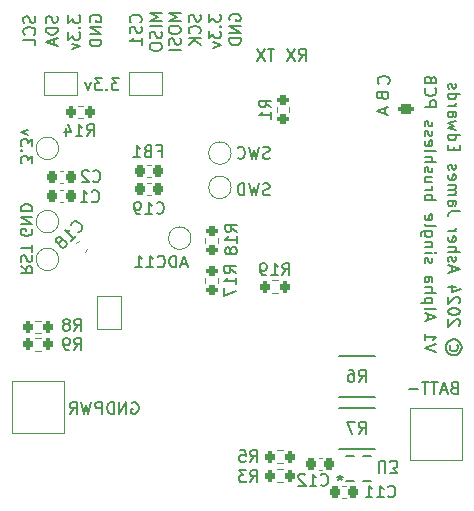
<source format=gbr>
%TF.GenerationSoftware,KiCad,Pcbnew,8.0.3-8.0.3-0~ubuntu22.04.1*%
%TF.CreationDate,2024-06-15T18:18:28-06:00*%
%TF.ProjectId,stm32g070 and DRV8311 single motor board - V1 Alpha,73746d33-3267-4303-9730-20616e642044,rev?*%
%TF.SameCoordinates,Original*%
%TF.FileFunction,Legend,Bot*%
%TF.FilePolarity,Positive*%
%FSLAX46Y46*%
G04 Gerber Fmt 4.6, Leading zero omitted, Abs format (unit mm)*
G04 Created by KiCad (PCBNEW 8.0.3-8.0.3-0~ubuntu22.04.1) date 2024-06-15 18:18:28*
%MOMM*%
%LPD*%
G01*
G04 APERTURE LIST*
G04 Aperture macros list*
%AMRoundRect*
0 Rectangle with rounded corners*
0 $1 Rounding radius*
0 $2 $3 $4 $5 $6 $7 $8 $9 X,Y pos of 4 corners*
0 Add a 4 corners polygon primitive as box body*
4,1,4,$2,$3,$4,$5,$6,$7,$8,$9,$2,$3,0*
0 Add four circle primitives for the rounded corners*
1,1,$1+$1,$2,$3*
1,1,$1+$1,$4,$5*
1,1,$1+$1,$6,$7*
1,1,$1+$1,$8,$9*
0 Add four rect primitives between the rounded corners*
20,1,$1+$1,$2,$3,$4,$5,0*
20,1,$1+$1,$4,$5,$6,$7,0*
20,1,$1+$1,$6,$7,$8,$9,0*
20,1,$1+$1,$8,$9,$2,$3,0*%
G04 Aperture macros list end*
%ADD10C,0.150000*%
%ADD11C,0.152400*%
%ADD12C,0.120000*%
%ADD13C,0.000000*%
%ADD14RoundRect,0.200000X0.450000X-0.200000X0.450000X0.200000X-0.450000X0.200000X-0.450000X-0.200000X0*%
%ADD15O,1.300000X0.800000*%
%ADD16C,1.200000*%
%ADD17R,1.700000X1.700000*%
%ADD18O,1.700000X1.700000*%
%ADD19C,0.600000*%
%ADD20R,1.800000X3.400000*%
%ADD21C,1.500000*%
%ADD22R,1.500000X1.000000*%
%ADD23RoundRect,0.200000X-0.200000X-0.275000X0.200000X-0.275000X0.200000X0.275000X-0.200000X0.275000X0*%
%ADD24RoundRect,0.225000X0.225000X0.250000X-0.225000X0.250000X-0.225000X-0.250000X0.225000X-0.250000X0*%
%ADD25R,1.000000X1.500000*%
%ADD26RoundRect,0.200000X0.200000X0.275000X-0.200000X0.275000X-0.200000X-0.275000X0.200000X-0.275000X0*%
%ADD27RoundRect,0.200000X-0.275000X0.200000X-0.275000X-0.200000X0.275000X-0.200000X0.275000X0.200000X0*%
%ADD28RoundRect,0.237500X0.044194X0.380070X-0.380070X-0.044194X-0.044194X-0.380070X0.380070X0.044194X0*%
%ADD29R,4.000000X4.000000*%
%ADD30RoundRect,0.218750X-0.218750X-0.256250X0.218750X-0.256250X0.218750X0.256250X-0.218750X0.256250X0*%
%ADD31RoundRect,0.225000X-0.225000X-0.250000X0.225000X-0.250000X0.225000X0.250000X-0.225000X0.250000X0*%
%ADD32R,0.580000X0.300000*%
%ADD33R,0.579882X0.249936*%
%ADD34R,0.350000X0.630000*%
G04 APERTURE END LIST*
D10*
X137269819Y-88736779D02*
X136269819Y-88736779D01*
X136269819Y-88736779D02*
X136984104Y-89070112D01*
X136984104Y-89070112D02*
X136269819Y-89403445D01*
X136269819Y-89403445D02*
X137269819Y-89403445D01*
X136269819Y-90070112D02*
X136269819Y-90260588D01*
X136269819Y-90260588D02*
X136317438Y-90355826D01*
X136317438Y-90355826D02*
X136412676Y-90451064D01*
X136412676Y-90451064D02*
X136603152Y-90498683D01*
X136603152Y-90498683D02*
X136936485Y-90498683D01*
X136936485Y-90498683D02*
X137126961Y-90451064D01*
X137126961Y-90451064D02*
X137222200Y-90355826D01*
X137222200Y-90355826D02*
X137269819Y-90260588D01*
X137269819Y-90260588D02*
X137269819Y-90070112D01*
X137269819Y-90070112D02*
X137222200Y-89974874D01*
X137222200Y-89974874D02*
X137126961Y-89879636D01*
X137126961Y-89879636D02*
X136936485Y-89832017D01*
X136936485Y-89832017D02*
X136603152Y-89832017D01*
X136603152Y-89832017D02*
X136412676Y-89879636D01*
X136412676Y-89879636D02*
X136317438Y-89974874D01*
X136317438Y-89974874D02*
X136269819Y-90070112D01*
X137222200Y-90879636D02*
X137269819Y-91022493D01*
X137269819Y-91022493D02*
X137269819Y-91260588D01*
X137269819Y-91260588D02*
X137222200Y-91355826D01*
X137222200Y-91355826D02*
X137174580Y-91403445D01*
X137174580Y-91403445D02*
X137079342Y-91451064D01*
X137079342Y-91451064D02*
X136984104Y-91451064D01*
X136984104Y-91451064D02*
X136888866Y-91403445D01*
X136888866Y-91403445D02*
X136841247Y-91355826D01*
X136841247Y-91355826D02*
X136793628Y-91260588D01*
X136793628Y-91260588D02*
X136746009Y-91070112D01*
X136746009Y-91070112D02*
X136698390Y-90974874D01*
X136698390Y-90974874D02*
X136650771Y-90927255D01*
X136650771Y-90927255D02*
X136555533Y-90879636D01*
X136555533Y-90879636D02*
X136460295Y-90879636D01*
X136460295Y-90879636D02*
X136365057Y-90927255D01*
X136365057Y-90927255D02*
X136317438Y-90974874D01*
X136317438Y-90974874D02*
X136269819Y-91070112D01*
X136269819Y-91070112D02*
X136269819Y-91308207D01*
X136269819Y-91308207D02*
X136317438Y-91451064D01*
X137269819Y-91879636D02*
X136269819Y-91879636D01*
X137810839Y-109984104D02*
X137334649Y-109984104D01*
X137906077Y-110269819D02*
X137572744Y-109269819D01*
X137572744Y-109269819D02*
X137239411Y-110269819D01*
X136906077Y-110269819D02*
X136906077Y-109269819D01*
X136906077Y-109269819D02*
X136667982Y-109269819D01*
X136667982Y-109269819D02*
X136525125Y-109317438D01*
X136525125Y-109317438D02*
X136429887Y-109412676D01*
X136429887Y-109412676D02*
X136382268Y-109507914D01*
X136382268Y-109507914D02*
X136334649Y-109698390D01*
X136334649Y-109698390D02*
X136334649Y-109841247D01*
X136334649Y-109841247D02*
X136382268Y-110031723D01*
X136382268Y-110031723D02*
X136429887Y-110126961D01*
X136429887Y-110126961D02*
X136525125Y-110222200D01*
X136525125Y-110222200D02*
X136667982Y-110269819D01*
X136667982Y-110269819D02*
X136906077Y-110269819D01*
X135334649Y-110174580D02*
X135382268Y-110222200D01*
X135382268Y-110222200D02*
X135525125Y-110269819D01*
X135525125Y-110269819D02*
X135620363Y-110269819D01*
X135620363Y-110269819D02*
X135763220Y-110222200D01*
X135763220Y-110222200D02*
X135858458Y-110126961D01*
X135858458Y-110126961D02*
X135906077Y-110031723D01*
X135906077Y-110031723D02*
X135953696Y-109841247D01*
X135953696Y-109841247D02*
X135953696Y-109698390D01*
X135953696Y-109698390D02*
X135906077Y-109507914D01*
X135906077Y-109507914D02*
X135858458Y-109412676D01*
X135858458Y-109412676D02*
X135763220Y-109317438D01*
X135763220Y-109317438D02*
X135620363Y-109269819D01*
X135620363Y-109269819D02*
X135525125Y-109269819D01*
X135525125Y-109269819D02*
X135382268Y-109317438D01*
X135382268Y-109317438D02*
X135334649Y-109365057D01*
X134382268Y-110269819D02*
X134953696Y-110269819D01*
X134667982Y-110269819D02*
X134667982Y-109269819D01*
X134667982Y-109269819D02*
X134763220Y-109412676D01*
X134763220Y-109412676D02*
X134858458Y-109507914D01*
X134858458Y-109507914D02*
X134953696Y-109555533D01*
X133429887Y-110269819D02*
X134001315Y-110269819D01*
X133715601Y-110269819D02*
X133715601Y-109269819D01*
X133715601Y-109269819D02*
X133810839Y-109412676D01*
X133810839Y-109412676D02*
X133906077Y-109507914D01*
X133906077Y-109507914D02*
X134001315Y-109555533D01*
X124682561Y-107039411D02*
X124730180Y-107134649D01*
X124730180Y-107134649D02*
X124730180Y-107277506D01*
X124730180Y-107277506D02*
X124682561Y-107420363D01*
X124682561Y-107420363D02*
X124587323Y-107515601D01*
X124587323Y-107515601D02*
X124492085Y-107563220D01*
X124492085Y-107563220D02*
X124301609Y-107610839D01*
X124301609Y-107610839D02*
X124158752Y-107610839D01*
X124158752Y-107610839D02*
X123968276Y-107563220D01*
X123968276Y-107563220D02*
X123873038Y-107515601D01*
X123873038Y-107515601D02*
X123777800Y-107420363D01*
X123777800Y-107420363D02*
X123730180Y-107277506D01*
X123730180Y-107277506D02*
X123730180Y-107182268D01*
X123730180Y-107182268D02*
X123777800Y-107039411D01*
X123777800Y-107039411D02*
X123825419Y-106991792D01*
X123825419Y-106991792D02*
X124158752Y-106991792D01*
X124158752Y-106991792D02*
X124158752Y-107182268D01*
X123730180Y-106563220D02*
X124730180Y-106563220D01*
X124730180Y-106563220D02*
X123730180Y-105991792D01*
X123730180Y-105991792D02*
X124730180Y-105991792D01*
X123730180Y-105515601D02*
X124730180Y-105515601D01*
X124730180Y-105515601D02*
X124730180Y-105277506D01*
X124730180Y-105277506D02*
X124682561Y-105134649D01*
X124682561Y-105134649D02*
X124587323Y-105039411D01*
X124587323Y-105039411D02*
X124492085Y-104991792D01*
X124492085Y-104991792D02*
X124301609Y-104944173D01*
X124301609Y-104944173D02*
X124158752Y-104944173D01*
X124158752Y-104944173D02*
X123968276Y-104991792D01*
X123968276Y-104991792D02*
X123873038Y-105039411D01*
X123873038Y-105039411D02*
X123777800Y-105134649D01*
X123777800Y-105134649D02*
X123730180Y-105277506D01*
X123730180Y-105277506D02*
X123730180Y-105515601D01*
X154874580Y-94708207D02*
X154922200Y-94660588D01*
X154922200Y-94660588D02*
X154969819Y-94517731D01*
X154969819Y-94517731D02*
X154969819Y-94422493D01*
X154969819Y-94422493D02*
X154922200Y-94279636D01*
X154922200Y-94279636D02*
X154826961Y-94184398D01*
X154826961Y-94184398D02*
X154731723Y-94136779D01*
X154731723Y-94136779D02*
X154541247Y-94089160D01*
X154541247Y-94089160D02*
X154398390Y-94089160D01*
X154398390Y-94089160D02*
X154207914Y-94136779D01*
X154207914Y-94136779D02*
X154112676Y-94184398D01*
X154112676Y-94184398D02*
X154017438Y-94279636D01*
X154017438Y-94279636D02*
X153969819Y-94422493D01*
X153969819Y-94422493D02*
X153969819Y-94517731D01*
X153969819Y-94517731D02*
X154017438Y-94660588D01*
X154017438Y-94660588D02*
X154065057Y-94708207D01*
X144810839Y-104122200D02*
X144667982Y-104169819D01*
X144667982Y-104169819D02*
X144429887Y-104169819D01*
X144429887Y-104169819D02*
X144334649Y-104122200D01*
X144334649Y-104122200D02*
X144287030Y-104074580D01*
X144287030Y-104074580D02*
X144239411Y-103979342D01*
X144239411Y-103979342D02*
X144239411Y-103884104D01*
X144239411Y-103884104D02*
X144287030Y-103788866D01*
X144287030Y-103788866D02*
X144334649Y-103741247D01*
X144334649Y-103741247D02*
X144429887Y-103693628D01*
X144429887Y-103693628D02*
X144620363Y-103646009D01*
X144620363Y-103646009D02*
X144715601Y-103598390D01*
X144715601Y-103598390D02*
X144763220Y-103550771D01*
X144763220Y-103550771D02*
X144810839Y-103455533D01*
X144810839Y-103455533D02*
X144810839Y-103360295D01*
X144810839Y-103360295D02*
X144763220Y-103265057D01*
X144763220Y-103265057D02*
X144715601Y-103217438D01*
X144715601Y-103217438D02*
X144620363Y-103169819D01*
X144620363Y-103169819D02*
X144382268Y-103169819D01*
X144382268Y-103169819D02*
X144239411Y-103217438D01*
X143906077Y-103169819D02*
X143667982Y-104169819D01*
X143667982Y-104169819D02*
X143477506Y-103455533D01*
X143477506Y-103455533D02*
X143287030Y-104169819D01*
X143287030Y-104169819D02*
X143048935Y-103169819D01*
X142667982Y-104169819D02*
X142667982Y-103169819D01*
X142667982Y-103169819D02*
X142429887Y-103169819D01*
X142429887Y-103169819D02*
X142287030Y-103217438D01*
X142287030Y-103217438D02*
X142191792Y-103312676D01*
X142191792Y-103312676D02*
X142144173Y-103407914D01*
X142144173Y-103407914D02*
X142096554Y-103598390D01*
X142096554Y-103598390D02*
X142096554Y-103741247D01*
X142096554Y-103741247D02*
X142144173Y-103931723D01*
X142144173Y-103931723D02*
X142191792Y-104026961D01*
X142191792Y-104026961D02*
X142287030Y-104122200D01*
X142287030Y-104122200D02*
X142429887Y-104169819D01*
X142429887Y-104169819D02*
X142667982Y-104169819D01*
X138922200Y-88889160D02*
X138969819Y-89032017D01*
X138969819Y-89032017D02*
X138969819Y-89270112D01*
X138969819Y-89270112D02*
X138922200Y-89365350D01*
X138922200Y-89365350D02*
X138874580Y-89412969D01*
X138874580Y-89412969D02*
X138779342Y-89460588D01*
X138779342Y-89460588D02*
X138684104Y-89460588D01*
X138684104Y-89460588D02*
X138588866Y-89412969D01*
X138588866Y-89412969D02*
X138541247Y-89365350D01*
X138541247Y-89365350D02*
X138493628Y-89270112D01*
X138493628Y-89270112D02*
X138446009Y-89079636D01*
X138446009Y-89079636D02*
X138398390Y-88984398D01*
X138398390Y-88984398D02*
X138350771Y-88936779D01*
X138350771Y-88936779D02*
X138255533Y-88889160D01*
X138255533Y-88889160D02*
X138160295Y-88889160D01*
X138160295Y-88889160D02*
X138065057Y-88936779D01*
X138065057Y-88936779D02*
X138017438Y-88984398D01*
X138017438Y-88984398D02*
X137969819Y-89079636D01*
X137969819Y-89079636D02*
X137969819Y-89317731D01*
X137969819Y-89317731D02*
X138017438Y-89460588D01*
X138874580Y-90460588D02*
X138922200Y-90412969D01*
X138922200Y-90412969D02*
X138969819Y-90270112D01*
X138969819Y-90270112D02*
X138969819Y-90174874D01*
X138969819Y-90174874D02*
X138922200Y-90032017D01*
X138922200Y-90032017D02*
X138826961Y-89936779D01*
X138826961Y-89936779D02*
X138731723Y-89889160D01*
X138731723Y-89889160D02*
X138541247Y-89841541D01*
X138541247Y-89841541D02*
X138398390Y-89841541D01*
X138398390Y-89841541D02*
X138207914Y-89889160D01*
X138207914Y-89889160D02*
X138112676Y-89936779D01*
X138112676Y-89936779D02*
X138017438Y-90032017D01*
X138017438Y-90032017D02*
X137969819Y-90174874D01*
X137969819Y-90174874D02*
X137969819Y-90270112D01*
X137969819Y-90270112D02*
X138017438Y-90412969D01*
X138017438Y-90412969D02*
X138065057Y-90460588D01*
X138969819Y-90889160D02*
X137969819Y-90889160D01*
X138969819Y-91460588D02*
X138398390Y-91032017D01*
X137969819Y-91460588D02*
X138541247Y-90889160D01*
X147291792Y-92769819D02*
X147625125Y-92293628D01*
X147863220Y-92769819D02*
X147863220Y-91769819D01*
X147863220Y-91769819D02*
X147482268Y-91769819D01*
X147482268Y-91769819D02*
X147387030Y-91817438D01*
X147387030Y-91817438D02*
X147339411Y-91865057D01*
X147339411Y-91865057D02*
X147291792Y-91960295D01*
X147291792Y-91960295D02*
X147291792Y-92103152D01*
X147291792Y-92103152D02*
X147339411Y-92198390D01*
X147339411Y-92198390D02*
X147387030Y-92246009D01*
X147387030Y-92246009D02*
X147482268Y-92293628D01*
X147482268Y-92293628D02*
X147863220Y-92293628D01*
X146958458Y-91769819D02*
X146291792Y-92769819D01*
X146291792Y-91769819D02*
X146958458Y-92769819D01*
X129617438Y-89460588D02*
X129569819Y-89365350D01*
X129569819Y-89365350D02*
X129569819Y-89222493D01*
X129569819Y-89222493D02*
X129617438Y-89079636D01*
X129617438Y-89079636D02*
X129712676Y-88984398D01*
X129712676Y-88984398D02*
X129807914Y-88936779D01*
X129807914Y-88936779D02*
X129998390Y-88889160D01*
X129998390Y-88889160D02*
X130141247Y-88889160D01*
X130141247Y-88889160D02*
X130331723Y-88936779D01*
X130331723Y-88936779D02*
X130426961Y-88984398D01*
X130426961Y-88984398D02*
X130522200Y-89079636D01*
X130522200Y-89079636D02*
X130569819Y-89222493D01*
X130569819Y-89222493D02*
X130569819Y-89317731D01*
X130569819Y-89317731D02*
X130522200Y-89460588D01*
X130522200Y-89460588D02*
X130474580Y-89508207D01*
X130474580Y-89508207D02*
X130141247Y-89508207D01*
X130141247Y-89508207D02*
X130141247Y-89317731D01*
X130569819Y-89936779D02*
X129569819Y-89936779D01*
X129569819Y-89936779D02*
X130569819Y-90508207D01*
X130569819Y-90508207D02*
X129569819Y-90508207D01*
X130569819Y-90984398D02*
X129569819Y-90984398D01*
X129569819Y-90984398D02*
X129569819Y-91222493D01*
X129569819Y-91222493D02*
X129617438Y-91365350D01*
X129617438Y-91365350D02*
X129712676Y-91460588D01*
X129712676Y-91460588D02*
X129807914Y-91508207D01*
X129807914Y-91508207D02*
X129998390Y-91555826D01*
X129998390Y-91555826D02*
X130141247Y-91555826D01*
X130141247Y-91555826D02*
X130331723Y-91508207D01*
X130331723Y-91508207D02*
X130426961Y-91460588D01*
X130426961Y-91460588D02*
X130522200Y-91365350D01*
X130522200Y-91365350D02*
X130569819Y-91222493D01*
X130569819Y-91222493D02*
X130569819Y-90984398D01*
X158930180Y-117406077D02*
X157930180Y-117072744D01*
X157930180Y-117072744D02*
X158930180Y-116739411D01*
X157930180Y-115882268D02*
X157930180Y-116453696D01*
X157930180Y-116167982D02*
X158930180Y-116167982D01*
X158930180Y-116167982D02*
X158787323Y-116263220D01*
X158787323Y-116263220D02*
X158692085Y-116358458D01*
X158692085Y-116358458D02*
X158644466Y-116453696D01*
X158215895Y-114739410D02*
X158215895Y-114263220D01*
X157930180Y-114834648D02*
X158930180Y-114501315D01*
X158930180Y-114501315D02*
X157930180Y-114167982D01*
X157930180Y-113691791D02*
X157977800Y-113787029D01*
X157977800Y-113787029D02*
X158073038Y-113834648D01*
X158073038Y-113834648D02*
X158930180Y-113834648D01*
X158596847Y-113310838D02*
X157596847Y-113310838D01*
X158549228Y-113310838D02*
X158596847Y-113215600D01*
X158596847Y-113215600D02*
X158596847Y-113025124D01*
X158596847Y-113025124D02*
X158549228Y-112929886D01*
X158549228Y-112929886D02*
X158501609Y-112882267D01*
X158501609Y-112882267D02*
X158406371Y-112834648D01*
X158406371Y-112834648D02*
X158120657Y-112834648D01*
X158120657Y-112834648D02*
X158025419Y-112882267D01*
X158025419Y-112882267D02*
X157977800Y-112929886D01*
X157977800Y-112929886D02*
X157930180Y-113025124D01*
X157930180Y-113025124D02*
X157930180Y-113215600D01*
X157930180Y-113215600D02*
X157977800Y-113310838D01*
X157930180Y-112406076D02*
X158930180Y-112406076D01*
X157930180Y-111977505D02*
X158453990Y-111977505D01*
X158453990Y-111977505D02*
X158549228Y-112025124D01*
X158549228Y-112025124D02*
X158596847Y-112120362D01*
X158596847Y-112120362D02*
X158596847Y-112263219D01*
X158596847Y-112263219D02*
X158549228Y-112358457D01*
X158549228Y-112358457D02*
X158501609Y-112406076D01*
X157930180Y-111072743D02*
X158453990Y-111072743D01*
X158453990Y-111072743D02*
X158549228Y-111120362D01*
X158549228Y-111120362D02*
X158596847Y-111215600D01*
X158596847Y-111215600D02*
X158596847Y-111406076D01*
X158596847Y-111406076D02*
X158549228Y-111501314D01*
X157977800Y-111072743D02*
X157930180Y-111167981D01*
X157930180Y-111167981D02*
X157930180Y-111406076D01*
X157930180Y-111406076D02*
X157977800Y-111501314D01*
X157977800Y-111501314D02*
X158073038Y-111548933D01*
X158073038Y-111548933D02*
X158168276Y-111548933D01*
X158168276Y-111548933D02*
X158263514Y-111501314D01*
X158263514Y-111501314D02*
X158311133Y-111406076D01*
X158311133Y-111406076D02*
X158311133Y-111167981D01*
X158311133Y-111167981D02*
X158358752Y-111072743D01*
X157977800Y-109882266D02*
X157930180Y-109787028D01*
X157930180Y-109787028D02*
X157930180Y-109596552D01*
X157930180Y-109596552D02*
X157977800Y-109501314D01*
X157977800Y-109501314D02*
X158073038Y-109453695D01*
X158073038Y-109453695D02*
X158120657Y-109453695D01*
X158120657Y-109453695D02*
X158215895Y-109501314D01*
X158215895Y-109501314D02*
X158263514Y-109596552D01*
X158263514Y-109596552D02*
X158263514Y-109739409D01*
X158263514Y-109739409D02*
X158311133Y-109834647D01*
X158311133Y-109834647D02*
X158406371Y-109882266D01*
X158406371Y-109882266D02*
X158453990Y-109882266D01*
X158453990Y-109882266D02*
X158549228Y-109834647D01*
X158549228Y-109834647D02*
X158596847Y-109739409D01*
X158596847Y-109739409D02*
X158596847Y-109596552D01*
X158596847Y-109596552D02*
X158549228Y-109501314D01*
X157930180Y-109025123D02*
X158596847Y-109025123D01*
X158930180Y-109025123D02*
X158882561Y-109072742D01*
X158882561Y-109072742D02*
X158834942Y-109025123D01*
X158834942Y-109025123D02*
X158882561Y-108977504D01*
X158882561Y-108977504D02*
X158930180Y-109025123D01*
X158930180Y-109025123D02*
X158834942Y-109025123D01*
X158596847Y-108548933D02*
X157930180Y-108548933D01*
X158501609Y-108548933D02*
X158549228Y-108501314D01*
X158549228Y-108501314D02*
X158596847Y-108406076D01*
X158596847Y-108406076D02*
X158596847Y-108263219D01*
X158596847Y-108263219D02*
X158549228Y-108167981D01*
X158549228Y-108167981D02*
X158453990Y-108120362D01*
X158453990Y-108120362D02*
X157930180Y-108120362D01*
X158596847Y-107215600D02*
X157787323Y-107215600D01*
X157787323Y-107215600D02*
X157692085Y-107263219D01*
X157692085Y-107263219D02*
X157644466Y-107310838D01*
X157644466Y-107310838D02*
X157596847Y-107406076D01*
X157596847Y-107406076D02*
X157596847Y-107548933D01*
X157596847Y-107548933D02*
X157644466Y-107644171D01*
X157977800Y-107215600D02*
X157930180Y-107310838D01*
X157930180Y-107310838D02*
X157930180Y-107501314D01*
X157930180Y-107501314D02*
X157977800Y-107596552D01*
X157977800Y-107596552D02*
X158025419Y-107644171D01*
X158025419Y-107644171D02*
X158120657Y-107691790D01*
X158120657Y-107691790D02*
X158406371Y-107691790D01*
X158406371Y-107691790D02*
X158501609Y-107644171D01*
X158501609Y-107644171D02*
X158549228Y-107596552D01*
X158549228Y-107596552D02*
X158596847Y-107501314D01*
X158596847Y-107501314D02*
X158596847Y-107310838D01*
X158596847Y-107310838D02*
X158549228Y-107215600D01*
X157930180Y-106596552D02*
X157977800Y-106691790D01*
X157977800Y-106691790D02*
X158073038Y-106739409D01*
X158073038Y-106739409D02*
X158930180Y-106739409D01*
X157977800Y-105834647D02*
X157930180Y-105929885D01*
X157930180Y-105929885D02*
X157930180Y-106120361D01*
X157930180Y-106120361D02*
X157977800Y-106215599D01*
X157977800Y-106215599D02*
X158073038Y-106263218D01*
X158073038Y-106263218D02*
X158453990Y-106263218D01*
X158453990Y-106263218D02*
X158549228Y-106215599D01*
X158549228Y-106215599D02*
X158596847Y-106120361D01*
X158596847Y-106120361D02*
X158596847Y-105929885D01*
X158596847Y-105929885D02*
X158549228Y-105834647D01*
X158549228Y-105834647D02*
X158453990Y-105787028D01*
X158453990Y-105787028D02*
X158358752Y-105787028D01*
X158358752Y-105787028D02*
X158263514Y-106263218D01*
X157930180Y-104596551D02*
X158930180Y-104596551D01*
X158549228Y-104596551D02*
X158596847Y-104501313D01*
X158596847Y-104501313D02*
X158596847Y-104310837D01*
X158596847Y-104310837D02*
X158549228Y-104215599D01*
X158549228Y-104215599D02*
X158501609Y-104167980D01*
X158501609Y-104167980D02*
X158406371Y-104120361D01*
X158406371Y-104120361D02*
X158120657Y-104120361D01*
X158120657Y-104120361D02*
X158025419Y-104167980D01*
X158025419Y-104167980D02*
X157977800Y-104215599D01*
X157977800Y-104215599D02*
X157930180Y-104310837D01*
X157930180Y-104310837D02*
X157930180Y-104501313D01*
X157930180Y-104501313D02*
X157977800Y-104596551D01*
X157930180Y-103691789D02*
X158596847Y-103691789D01*
X158406371Y-103691789D02*
X158501609Y-103644170D01*
X158501609Y-103644170D02*
X158549228Y-103596551D01*
X158549228Y-103596551D02*
X158596847Y-103501313D01*
X158596847Y-103501313D02*
X158596847Y-103406075D01*
X158596847Y-102644170D02*
X157930180Y-102644170D01*
X158596847Y-103072741D02*
X158073038Y-103072741D01*
X158073038Y-103072741D02*
X157977800Y-103025122D01*
X157977800Y-103025122D02*
X157930180Y-102929884D01*
X157930180Y-102929884D02*
X157930180Y-102787027D01*
X157930180Y-102787027D02*
X157977800Y-102691789D01*
X157977800Y-102691789D02*
X158025419Y-102644170D01*
X157977800Y-102215598D02*
X157930180Y-102120360D01*
X157930180Y-102120360D02*
X157930180Y-101929884D01*
X157930180Y-101929884D02*
X157977800Y-101834646D01*
X157977800Y-101834646D02*
X158073038Y-101787027D01*
X158073038Y-101787027D02*
X158120657Y-101787027D01*
X158120657Y-101787027D02*
X158215895Y-101834646D01*
X158215895Y-101834646D02*
X158263514Y-101929884D01*
X158263514Y-101929884D02*
X158263514Y-102072741D01*
X158263514Y-102072741D02*
X158311133Y-102167979D01*
X158311133Y-102167979D02*
X158406371Y-102215598D01*
X158406371Y-102215598D02*
X158453990Y-102215598D01*
X158453990Y-102215598D02*
X158549228Y-102167979D01*
X158549228Y-102167979D02*
X158596847Y-102072741D01*
X158596847Y-102072741D02*
X158596847Y-101929884D01*
X158596847Y-101929884D02*
X158549228Y-101834646D01*
X157930180Y-101358455D02*
X158930180Y-101358455D01*
X157930180Y-100929884D02*
X158453990Y-100929884D01*
X158453990Y-100929884D02*
X158549228Y-100977503D01*
X158549228Y-100977503D02*
X158596847Y-101072741D01*
X158596847Y-101072741D02*
X158596847Y-101215598D01*
X158596847Y-101215598D02*
X158549228Y-101310836D01*
X158549228Y-101310836D02*
X158501609Y-101358455D01*
X157930180Y-100310836D02*
X157977800Y-100406074D01*
X157977800Y-100406074D02*
X158073038Y-100453693D01*
X158073038Y-100453693D02*
X158930180Y-100453693D01*
X157977800Y-99548931D02*
X157930180Y-99644169D01*
X157930180Y-99644169D02*
X157930180Y-99834645D01*
X157930180Y-99834645D02*
X157977800Y-99929883D01*
X157977800Y-99929883D02*
X158073038Y-99977502D01*
X158073038Y-99977502D02*
X158453990Y-99977502D01*
X158453990Y-99977502D02*
X158549228Y-99929883D01*
X158549228Y-99929883D02*
X158596847Y-99834645D01*
X158596847Y-99834645D02*
X158596847Y-99644169D01*
X158596847Y-99644169D02*
X158549228Y-99548931D01*
X158549228Y-99548931D02*
X158453990Y-99501312D01*
X158453990Y-99501312D02*
X158358752Y-99501312D01*
X158358752Y-99501312D02*
X158263514Y-99977502D01*
X157977800Y-99120359D02*
X157930180Y-99025121D01*
X157930180Y-99025121D02*
X157930180Y-98834645D01*
X157930180Y-98834645D02*
X157977800Y-98739407D01*
X157977800Y-98739407D02*
X158073038Y-98691788D01*
X158073038Y-98691788D02*
X158120657Y-98691788D01*
X158120657Y-98691788D02*
X158215895Y-98739407D01*
X158215895Y-98739407D02*
X158263514Y-98834645D01*
X158263514Y-98834645D02*
X158263514Y-98977502D01*
X158263514Y-98977502D02*
X158311133Y-99072740D01*
X158311133Y-99072740D02*
X158406371Y-99120359D01*
X158406371Y-99120359D02*
X158453990Y-99120359D01*
X158453990Y-99120359D02*
X158549228Y-99072740D01*
X158549228Y-99072740D02*
X158596847Y-98977502D01*
X158596847Y-98977502D02*
X158596847Y-98834645D01*
X158596847Y-98834645D02*
X158549228Y-98739407D01*
X157977800Y-98310835D02*
X157930180Y-98215597D01*
X157930180Y-98215597D02*
X157930180Y-98025121D01*
X157930180Y-98025121D02*
X157977800Y-97929883D01*
X157977800Y-97929883D02*
X158073038Y-97882264D01*
X158073038Y-97882264D02*
X158120657Y-97882264D01*
X158120657Y-97882264D02*
X158215895Y-97929883D01*
X158215895Y-97929883D02*
X158263514Y-98025121D01*
X158263514Y-98025121D02*
X158263514Y-98167978D01*
X158263514Y-98167978D02*
X158311133Y-98263216D01*
X158311133Y-98263216D02*
X158406371Y-98310835D01*
X158406371Y-98310835D02*
X158453990Y-98310835D01*
X158453990Y-98310835D02*
X158549228Y-98263216D01*
X158549228Y-98263216D02*
X158596847Y-98167978D01*
X158596847Y-98167978D02*
X158596847Y-98025121D01*
X158596847Y-98025121D02*
X158549228Y-97929883D01*
X157930180Y-96691787D02*
X158930180Y-96691787D01*
X158930180Y-96691787D02*
X158930180Y-96310835D01*
X158930180Y-96310835D02*
X158882561Y-96215597D01*
X158882561Y-96215597D02*
X158834942Y-96167978D01*
X158834942Y-96167978D02*
X158739704Y-96120359D01*
X158739704Y-96120359D02*
X158596847Y-96120359D01*
X158596847Y-96120359D02*
X158501609Y-96167978D01*
X158501609Y-96167978D02*
X158453990Y-96215597D01*
X158453990Y-96215597D02*
X158406371Y-96310835D01*
X158406371Y-96310835D02*
X158406371Y-96691787D01*
X158025419Y-95120359D02*
X157977800Y-95167978D01*
X157977800Y-95167978D02*
X157930180Y-95310835D01*
X157930180Y-95310835D02*
X157930180Y-95406073D01*
X157930180Y-95406073D02*
X157977800Y-95548930D01*
X157977800Y-95548930D02*
X158073038Y-95644168D01*
X158073038Y-95644168D02*
X158168276Y-95691787D01*
X158168276Y-95691787D02*
X158358752Y-95739406D01*
X158358752Y-95739406D02*
X158501609Y-95739406D01*
X158501609Y-95739406D02*
X158692085Y-95691787D01*
X158692085Y-95691787D02*
X158787323Y-95644168D01*
X158787323Y-95644168D02*
X158882561Y-95548930D01*
X158882561Y-95548930D02*
X158930180Y-95406073D01*
X158930180Y-95406073D02*
X158930180Y-95310835D01*
X158930180Y-95310835D02*
X158882561Y-95167978D01*
X158882561Y-95167978D02*
X158834942Y-95120359D01*
X158453990Y-94358454D02*
X158406371Y-94215597D01*
X158406371Y-94215597D02*
X158358752Y-94167978D01*
X158358752Y-94167978D02*
X158263514Y-94120359D01*
X158263514Y-94120359D02*
X158120657Y-94120359D01*
X158120657Y-94120359D02*
X158025419Y-94167978D01*
X158025419Y-94167978D02*
X157977800Y-94215597D01*
X157977800Y-94215597D02*
X157930180Y-94310835D01*
X157930180Y-94310835D02*
X157930180Y-94691787D01*
X157930180Y-94691787D02*
X158930180Y-94691787D01*
X158930180Y-94691787D02*
X158930180Y-94358454D01*
X158930180Y-94358454D02*
X158882561Y-94263216D01*
X158882561Y-94263216D02*
X158834942Y-94215597D01*
X158834942Y-94215597D02*
X158739704Y-94167978D01*
X158739704Y-94167978D02*
X158644466Y-94167978D01*
X158644466Y-94167978D02*
X158549228Y-94215597D01*
X158549228Y-94215597D02*
X158501609Y-94263216D01*
X158501609Y-94263216D02*
X158453990Y-94358454D01*
X158453990Y-94358454D02*
X158453990Y-94691787D01*
X132058458Y-94269819D02*
X131439411Y-94269819D01*
X131439411Y-94269819D02*
X131772744Y-94650771D01*
X131772744Y-94650771D02*
X131629887Y-94650771D01*
X131629887Y-94650771D02*
X131534649Y-94698390D01*
X131534649Y-94698390D02*
X131487030Y-94746009D01*
X131487030Y-94746009D02*
X131439411Y-94841247D01*
X131439411Y-94841247D02*
X131439411Y-95079342D01*
X131439411Y-95079342D02*
X131487030Y-95174580D01*
X131487030Y-95174580D02*
X131534649Y-95222200D01*
X131534649Y-95222200D02*
X131629887Y-95269819D01*
X131629887Y-95269819D02*
X131915601Y-95269819D01*
X131915601Y-95269819D02*
X132010839Y-95222200D01*
X132010839Y-95222200D02*
X132058458Y-95174580D01*
X131010839Y-95174580D02*
X130963220Y-95222200D01*
X130963220Y-95222200D02*
X131010839Y-95269819D01*
X131010839Y-95269819D02*
X131058458Y-95222200D01*
X131058458Y-95222200D02*
X131010839Y-95174580D01*
X131010839Y-95174580D02*
X131010839Y-95269819D01*
X130629887Y-94269819D02*
X130010840Y-94269819D01*
X130010840Y-94269819D02*
X130344173Y-94650771D01*
X130344173Y-94650771D02*
X130201316Y-94650771D01*
X130201316Y-94650771D02*
X130106078Y-94698390D01*
X130106078Y-94698390D02*
X130058459Y-94746009D01*
X130058459Y-94746009D02*
X130010840Y-94841247D01*
X130010840Y-94841247D02*
X130010840Y-95079342D01*
X130010840Y-95079342D02*
X130058459Y-95174580D01*
X130058459Y-95174580D02*
X130106078Y-95222200D01*
X130106078Y-95222200D02*
X130201316Y-95269819D01*
X130201316Y-95269819D02*
X130487030Y-95269819D01*
X130487030Y-95269819D02*
X130582268Y-95222200D01*
X130582268Y-95222200D02*
X130629887Y-95174580D01*
X129677506Y-94603152D02*
X129439411Y-95269819D01*
X129439411Y-95269819D02*
X129201316Y-94603152D01*
X139669819Y-88841541D02*
X139669819Y-89460588D01*
X139669819Y-89460588D02*
X140050771Y-89127255D01*
X140050771Y-89127255D02*
X140050771Y-89270112D01*
X140050771Y-89270112D02*
X140098390Y-89365350D01*
X140098390Y-89365350D02*
X140146009Y-89412969D01*
X140146009Y-89412969D02*
X140241247Y-89460588D01*
X140241247Y-89460588D02*
X140479342Y-89460588D01*
X140479342Y-89460588D02*
X140574580Y-89412969D01*
X140574580Y-89412969D02*
X140622200Y-89365350D01*
X140622200Y-89365350D02*
X140669819Y-89270112D01*
X140669819Y-89270112D02*
X140669819Y-88984398D01*
X140669819Y-88984398D02*
X140622200Y-88889160D01*
X140622200Y-88889160D02*
X140574580Y-88841541D01*
X140574580Y-89889160D02*
X140622200Y-89936779D01*
X140622200Y-89936779D02*
X140669819Y-89889160D01*
X140669819Y-89889160D02*
X140622200Y-89841541D01*
X140622200Y-89841541D02*
X140574580Y-89889160D01*
X140574580Y-89889160D02*
X140669819Y-89889160D01*
X139669819Y-90270112D02*
X139669819Y-90889159D01*
X139669819Y-90889159D02*
X140050771Y-90555826D01*
X140050771Y-90555826D02*
X140050771Y-90698683D01*
X140050771Y-90698683D02*
X140098390Y-90793921D01*
X140098390Y-90793921D02*
X140146009Y-90841540D01*
X140146009Y-90841540D02*
X140241247Y-90889159D01*
X140241247Y-90889159D02*
X140479342Y-90889159D01*
X140479342Y-90889159D02*
X140574580Y-90841540D01*
X140574580Y-90841540D02*
X140622200Y-90793921D01*
X140622200Y-90793921D02*
X140669819Y-90698683D01*
X140669819Y-90698683D02*
X140669819Y-90412969D01*
X140669819Y-90412969D02*
X140622200Y-90317731D01*
X140622200Y-90317731D02*
X140574580Y-90270112D01*
X140003152Y-91222493D02*
X140669819Y-91460588D01*
X140669819Y-91460588D02*
X140003152Y-91698683D01*
X126822200Y-88989160D02*
X126869819Y-89132017D01*
X126869819Y-89132017D02*
X126869819Y-89370112D01*
X126869819Y-89370112D02*
X126822200Y-89465350D01*
X126822200Y-89465350D02*
X126774580Y-89512969D01*
X126774580Y-89512969D02*
X126679342Y-89560588D01*
X126679342Y-89560588D02*
X126584104Y-89560588D01*
X126584104Y-89560588D02*
X126488866Y-89512969D01*
X126488866Y-89512969D02*
X126441247Y-89465350D01*
X126441247Y-89465350D02*
X126393628Y-89370112D01*
X126393628Y-89370112D02*
X126346009Y-89179636D01*
X126346009Y-89179636D02*
X126298390Y-89084398D01*
X126298390Y-89084398D02*
X126250771Y-89036779D01*
X126250771Y-89036779D02*
X126155533Y-88989160D01*
X126155533Y-88989160D02*
X126060295Y-88989160D01*
X126060295Y-88989160D02*
X125965057Y-89036779D01*
X125965057Y-89036779D02*
X125917438Y-89084398D01*
X125917438Y-89084398D02*
X125869819Y-89179636D01*
X125869819Y-89179636D02*
X125869819Y-89417731D01*
X125869819Y-89417731D02*
X125917438Y-89560588D01*
X126869819Y-89989160D02*
X125869819Y-89989160D01*
X125869819Y-89989160D02*
X125869819Y-90227255D01*
X125869819Y-90227255D02*
X125917438Y-90370112D01*
X125917438Y-90370112D02*
X126012676Y-90465350D01*
X126012676Y-90465350D02*
X126107914Y-90512969D01*
X126107914Y-90512969D02*
X126298390Y-90560588D01*
X126298390Y-90560588D02*
X126441247Y-90560588D01*
X126441247Y-90560588D02*
X126631723Y-90512969D01*
X126631723Y-90512969D02*
X126726961Y-90465350D01*
X126726961Y-90465350D02*
X126822200Y-90370112D01*
X126822200Y-90370112D02*
X126869819Y-90227255D01*
X126869819Y-90227255D02*
X126869819Y-89989160D01*
X126584104Y-90941541D02*
X126584104Y-91417731D01*
X126869819Y-90846303D02*
X125869819Y-91179636D01*
X125869819Y-91179636D02*
X126869819Y-91512969D01*
X154346009Y-95770112D02*
X154393628Y-95912969D01*
X154393628Y-95912969D02*
X154441247Y-95960588D01*
X154441247Y-95960588D02*
X154536485Y-96008207D01*
X154536485Y-96008207D02*
X154679342Y-96008207D01*
X154679342Y-96008207D02*
X154774580Y-95960588D01*
X154774580Y-95960588D02*
X154822200Y-95912969D01*
X154822200Y-95912969D02*
X154869819Y-95817731D01*
X154869819Y-95817731D02*
X154869819Y-95436779D01*
X154869819Y-95436779D02*
X153869819Y-95436779D01*
X153869819Y-95436779D02*
X153869819Y-95770112D01*
X153869819Y-95770112D02*
X153917438Y-95865350D01*
X153917438Y-95865350D02*
X153965057Y-95912969D01*
X153965057Y-95912969D02*
X154060295Y-95960588D01*
X154060295Y-95960588D02*
X154155533Y-95960588D01*
X154155533Y-95960588D02*
X154250771Y-95912969D01*
X154250771Y-95912969D02*
X154298390Y-95865350D01*
X154298390Y-95865350D02*
X154346009Y-95770112D01*
X154346009Y-95770112D02*
X154346009Y-95436779D01*
X123730180Y-110191792D02*
X124206371Y-110525125D01*
X123730180Y-110763220D02*
X124730180Y-110763220D01*
X124730180Y-110763220D02*
X124730180Y-110382268D01*
X124730180Y-110382268D02*
X124682561Y-110287030D01*
X124682561Y-110287030D02*
X124634942Y-110239411D01*
X124634942Y-110239411D02*
X124539704Y-110191792D01*
X124539704Y-110191792D02*
X124396847Y-110191792D01*
X124396847Y-110191792D02*
X124301609Y-110239411D01*
X124301609Y-110239411D02*
X124253990Y-110287030D01*
X124253990Y-110287030D02*
X124206371Y-110382268D01*
X124206371Y-110382268D02*
X124206371Y-110763220D01*
X123777800Y-109810839D02*
X123730180Y-109667982D01*
X123730180Y-109667982D02*
X123730180Y-109429887D01*
X123730180Y-109429887D02*
X123777800Y-109334649D01*
X123777800Y-109334649D02*
X123825419Y-109287030D01*
X123825419Y-109287030D02*
X123920657Y-109239411D01*
X123920657Y-109239411D02*
X124015895Y-109239411D01*
X124015895Y-109239411D02*
X124111133Y-109287030D01*
X124111133Y-109287030D02*
X124158752Y-109334649D01*
X124158752Y-109334649D02*
X124206371Y-109429887D01*
X124206371Y-109429887D02*
X124253990Y-109620363D01*
X124253990Y-109620363D02*
X124301609Y-109715601D01*
X124301609Y-109715601D02*
X124349228Y-109763220D01*
X124349228Y-109763220D02*
X124444466Y-109810839D01*
X124444466Y-109810839D02*
X124539704Y-109810839D01*
X124539704Y-109810839D02*
X124634942Y-109763220D01*
X124634942Y-109763220D02*
X124682561Y-109715601D01*
X124682561Y-109715601D02*
X124730180Y-109620363D01*
X124730180Y-109620363D02*
X124730180Y-109382268D01*
X124730180Y-109382268D02*
X124682561Y-109239411D01*
X124730180Y-108953696D02*
X124730180Y-108382268D01*
X123730180Y-108667982D02*
X124730180Y-108667982D01*
X154584104Y-96789160D02*
X154584104Y-97265350D01*
X154869819Y-96693922D02*
X153869819Y-97027255D01*
X153869819Y-97027255D02*
X154869819Y-97360588D01*
X133139411Y-121717438D02*
X133234649Y-121669819D01*
X133234649Y-121669819D02*
X133377506Y-121669819D01*
X133377506Y-121669819D02*
X133520363Y-121717438D01*
X133520363Y-121717438D02*
X133615601Y-121812676D01*
X133615601Y-121812676D02*
X133663220Y-121907914D01*
X133663220Y-121907914D02*
X133710839Y-122098390D01*
X133710839Y-122098390D02*
X133710839Y-122241247D01*
X133710839Y-122241247D02*
X133663220Y-122431723D01*
X133663220Y-122431723D02*
X133615601Y-122526961D01*
X133615601Y-122526961D02*
X133520363Y-122622200D01*
X133520363Y-122622200D02*
X133377506Y-122669819D01*
X133377506Y-122669819D02*
X133282268Y-122669819D01*
X133282268Y-122669819D02*
X133139411Y-122622200D01*
X133139411Y-122622200D02*
X133091792Y-122574580D01*
X133091792Y-122574580D02*
X133091792Y-122241247D01*
X133091792Y-122241247D02*
X133282268Y-122241247D01*
X132663220Y-122669819D02*
X132663220Y-121669819D01*
X132663220Y-121669819D02*
X132091792Y-122669819D01*
X132091792Y-122669819D02*
X132091792Y-121669819D01*
X131615601Y-122669819D02*
X131615601Y-121669819D01*
X131615601Y-121669819D02*
X131377506Y-121669819D01*
X131377506Y-121669819D02*
X131234649Y-121717438D01*
X131234649Y-121717438D02*
X131139411Y-121812676D01*
X131139411Y-121812676D02*
X131091792Y-121907914D01*
X131091792Y-121907914D02*
X131044173Y-122098390D01*
X131044173Y-122098390D02*
X131044173Y-122241247D01*
X131044173Y-122241247D02*
X131091792Y-122431723D01*
X131091792Y-122431723D02*
X131139411Y-122526961D01*
X131139411Y-122526961D02*
X131234649Y-122622200D01*
X131234649Y-122622200D02*
X131377506Y-122669819D01*
X131377506Y-122669819D02*
X131615601Y-122669819D01*
X130615601Y-122669819D02*
X130615601Y-121669819D01*
X130615601Y-121669819D02*
X130234649Y-121669819D01*
X130234649Y-121669819D02*
X130139411Y-121717438D01*
X130139411Y-121717438D02*
X130091792Y-121765057D01*
X130091792Y-121765057D02*
X130044173Y-121860295D01*
X130044173Y-121860295D02*
X130044173Y-122003152D01*
X130044173Y-122003152D02*
X130091792Y-122098390D01*
X130091792Y-122098390D02*
X130139411Y-122146009D01*
X130139411Y-122146009D02*
X130234649Y-122193628D01*
X130234649Y-122193628D02*
X130615601Y-122193628D01*
X129710839Y-121669819D02*
X129472744Y-122669819D01*
X129472744Y-122669819D02*
X129282268Y-121955533D01*
X129282268Y-121955533D02*
X129091792Y-122669819D01*
X129091792Y-122669819D02*
X128853697Y-121669819D01*
X127901316Y-122669819D02*
X128234649Y-122193628D01*
X128472744Y-122669819D02*
X128472744Y-121669819D01*
X128472744Y-121669819D02*
X128091792Y-121669819D01*
X128091792Y-121669819D02*
X127996554Y-121717438D01*
X127996554Y-121717438D02*
X127948935Y-121765057D01*
X127948935Y-121765057D02*
X127901316Y-121860295D01*
X127901316Y-121860295D02*
X127901316Y-122003152D01*
X127901316Y-122003152D02*
X127948935Y-122098390D01*
X127948935Y-122098390D02*
X127996554Y-122146009D01*
X127996554Y-122146009D02*
X128091792Y-122193628D01*
X128091792Y-122193628D02*
X128472744Y-122193628D01*
X160692085Y-116853696D02*
X160739704Y-116948935D01*
X160739704Y-116948935D02*
X160739704Y-117139411D01*
X160739704Y-117139411D02*
X160692085Y-117234649D01*
X160692085Y-117234649D02*
X160596847Y-117329887D01*
X160596847Y-117329887D02*
X160501609Y-117377506D01*
X160501609Y-117377506D02*
X160311133Y-117377506D01*
X160311133Y-117377506D02*
X160215895Y-117329887D01*
X160215895Y-117329887D02*
X160120657Y-117234649D01*
X160120657Y-117234649D02*
X160073038Y-117139411D01*
X160073038Y-117139411D02*
X160073038Y-116948935D01*
X160073038Y-116948935D02*
X160120657Y-116853696D01*
X161073038Y-117044173D02*
X161025419Y-117282268D01*
X161025419Y-117282268D02*
X160882561Y-117520363D01*
X160882561Y-117520363D02*
X160644466Y-117663220D01*
X160644466Y-117663220D02*
X160406371Y-117710839D01*
X160406371Y-117710839D02*
X160168276Y-117663220D01*
X160168276Y-117663220D02*
X159930180Y-117520363D01*
X159930180Y-117520363D02*
X159787323Y-117282268D01*
X159787323Y-117282268D02*
X159739704Y-117044173D01*
X159739704Y-117044173D02*
X159787323Y-116806077D01*
X159787323Y-116806077D02*
X159930180Y-116567982D01*
X159930180Y-116567982D02*
X160168276Y-116425125D01*
X160168276Y-116425125D02*
X160406371Y-116377506D01*
X160406371Y-116377506D02*
X160644466Y-116425125D01*
X160644466Y-116425125D02*
X160882561Y-116567982D01*
X160882561Y-116567982D02*
X161025419Y-116806077D01*
X161025419Y-116806077D02*
X161073038Y-117044173D01*
X160834942Y-115234648D02*
X160882561Y-115187029D01*
X160882561Y-115187029D02*
X160930180Y-115091791D01*
X160930180Y-115091791D02*
X160930180Y-114853696D01*
X160930180Y-114853696D02*
X160882561Y-114758458D01*
X160882561Y-114758458D02*
X160834942Y-114710839D01*
X160834942Y-114710839D02*
X160739704Y-114663220D01*
X160739704Y-114663220D02*
X160644466Y-114663220D01*
X160644466Y-114663220D02*
X160501609Y-114710839D01*
X160501609Y-114710839D02*
X159930180Y-115282267D01*
X159930180Y-115282267D02*
X159930180Y-114663220D01*
X160930180Y-114044172D02*
X160930180Y-113948934D01*
X160930180Y-113948934D02*
X160882561Y-113853696D01*
X160882561Y-113853696D02*
X160834942Y-113806077D01*
X160834942Y-113806077D02*
X160739704Y-113758458D01*
X160739704Y-113758458D02*
X160549228Y-113710839D01*
X160549228Y-113710839D02*
X160311133Y-113710839D01*
X160311133Y-113710839D02*
X160120657Y-113758458D01*
X160120657Y-113758458D02*
X160025419Y-113806077D01*
X160025419Y-113806077D02*
X159977800Y-113853696D01*
X159977800Y-113853696D02*
X159930180Y-113948934D01*
X159930180Y-113948934D02*
X159930180Y-114044172D01*
X159930180Y-114044172D02*
X159977800Y-114139410D01*
X159977800Y-114139410D02*
X160025419Y-114187029D01*
X160025419Y-114187029D02*
X160120657Y-114234648D01*
X160120657Y-114234648D02*
X160311133Y-114282267D01*
X160311133Y-114282267D02*
X160549228Y-114282267D01*
X160549228Y-114282267D02*
X160739704Y-114234648D01*
X160739704Y-114234648D02*
X160834942Y-114187029D01*
X160834942Y-114187029D02*
X160882561Y-114139410D01*
X160882561Y-114139410D02*
X160930180Y-114044172D01*
X160834942Y-113329886D02*
X160882561Y-113282267D01*
X160882561Y-113282267D02*
X160930180Y-113187029D01*
X160930180Y-113187029D02*
X160930180Y-112948934D01*
X160930180Y-112948934D02*
X160882561Y-112853696D01*
X160882561Y-112853696D02*
X160834942Y-112806077D01*
X160834942Y-112806077D02*
X160739704Y-112758458D01*
X160739704Y-112758458D02*
X160644466Y-112758458D01*
X160644466Y-112758458D02*
X160501609Y-112806077D01*
X160501609Y-112806077D02*
X159930180Y-113377505D01*
X159930180Y-113377505D02*
X159930180Y-112758458D01*
X160596847Y-111901315D02*
X159930180Y-111901315D01*
X160977800Y-112139410D02*
X160263514Y-112377505D01*
X160263514Y-112377505D02*
X160263514Y-111758458D01*
X160215895Y-110663219D02*
X160215895Y-110187029D01*
X159930180Y-110758457D02*
X160930180Y-110425124D01*
X160930180Y-110425124D02*
X159930180Y-110091791D01*
X159977800Y-109806076D02*
X159930180Y-109710838D01*
X159930180Y-109710838D02*
X159930180Y-109520362D01*
X159930180Y-109520362D02*
X159977800Y-109425124D01*
X159977800Y-109425124D02*
X160073038Y-109377505D01*
X160073038Y-109377505D02*
X160120657Y-109377505D01*
X160120657Y-109377505D02*
X160215895Y-109425124D01*
X160215895Y-109425124D02*
X160263514Y-109520362D01*
X160263514Y-109520362D02*
X160263514Y-109663219D01*
X160263514Y-109663219D02*
X160311133Y-109758457D01*
X160311133Y-109758457D02*
X160406371Y-109806076D01*
X160406371Y-109806076D02*
X160453990Y-109806076D01*
X160453990Y-109806076D02*
X160549228Y-109758457D01*
X160549228Y-109758457D02*
X160596847Y-109663219D01*
X160596847Y-109663219D02*
X160596847Y-109520362D01*
X160596847Y-109520362D02*
X160549228Y-109425124D01*
X159930180Y-108948933D02*
X160930180Y-108948933D01*
X159930180Y-108520362D02*
X160453990Y-108520362D01*
X160453990Y-108520362D02*
X160549228Y-108567981D01*
X160549228Y-108567981D02*
X160596847Y-108663219D01*
X160596847Y-108663219D02*
X160596847Y-108806076D01*
X160596847Y-108806076D02*
X160549228Y-108901314D01*
X160549228Y-108901314D02*
X160501609Y-108948933D01*
X159977800Y-107663219D02*
X159930180Y-107758457D01*
X159930180Y-107758457D02*
X159930180Y-107948933D01*
X159930180Y-107948933D02*
X159977800Y-108044171D01*
X159977800Y-108044171D02*
X160073038Y-108091790D01*
X160073038Y-108091790D02*
X160453990Y-108091790D01*
X160453990Y-108091790D02*
X160549228Y-108044171D01*
X160549228Y-108044171D02*
X160596847Y-107948933D01*
X160596847Y-107948933D02*
X160596847Y-107758457D01*
X160596847Y-107758457D02*
X160549228Y-107663219D01*
X160549228Y-107663219D02*
X160453990Y-107615600D01*
X160453990Y-107615600D02*
X160358752Y-107615600D01*
X160358752Y-107615600D02*
X160263514Y-108091790D01*
X159930180Y-107187028D02*
X160596847Y-107187028D01*
X160406371Y-107187028D02*
X160501609Y-107139409D01*
X160501609Y-107139409D02*
X160549228Y-107091790D01*
X160549228Y-107091790D02*
X160596847Y-106996552D01*
X160596847Y-106996552D02*
X160596847Y-106901314D01*
X160930180Y-105520361D02*
X160215895Y-105520361D01*
X160215895Y-105520361D02*
X160073038Y-105567980D01*
X160073038Y-105567980D02*
X159977800Y-105663218D01*
X159977800Y-105663218D02*
X159930180Y-105806075D01*
X159930180Y-105806075D02*
X159930180Y-105901313D01*
X159930180Y-104615599D02*
X160453990Y-104615599D01*
X160453990Y-104615599D02*
X160549228Y-104663218D01*
X160549228Y-104663218D02*
X160596847Y-104758456D01*
X160596847Y-104758456D02*
X160596847Y-104948932D01*
X160596847Y-104948932D02*
X160549228Y-105044170D01*
X159977800Y-104615599D02*
X159930180Y-104710837D01*
X159930180Y-104710837D02*
X159930180Y-104948932D01*
X159930180Y-104948932D02*
X159977800Y-105044170D01*
X159977800Y-105044170D02*
X160073038Y-105091789D01*
X160073038Y-105091789D02*
X160168276Y-105091789D01*
X160168276Y-105091789D02*
X160263514Y-105044170D01*
X160263514Y-105044170D02*
X160311133Y-104948932D01*
X160311133Y-104948932D02*
X160311133Y-104710837D01*
X160311133Y-104710837D02*
X160358752Y-104615599D01*
X159930180Y-104139408D02*
X160596847Y-104139408D01*
X160501609Y-104139408D02*
X160549228Y-104091789D01*
X160549228Y-104091789D02*
X160596847Y-103996551D01*
X160596847Y-103996551D02*
X160596847Y-103853694D01*
X160596847Y-103853694D02*
X160549228Y-103758456D01*
X160549228Y-103758456D02*
X160453990Y-103710837D01*
X160453990Y-103710837D02*
X159930180Y-103710837D01*
X160453990Y-103710837D02*
X160549228Y-103663218D01*
X160549228Y-103663218D02*
X160596847Y-103567980D01*
X160596847Y-103567980D02*
X160596847Y-103425123D01*
X160596847Y-103425123D02*
X160549228Y-103329884D01*
X160549228Y-103329884D02*
X160453990Y-103282265D01*
X160453990Y-103282265D02*
X159930180Y-103282265D01*
X159977800Y-102425123D02*
X159930180Y-102520361D01*
X159930180Y-102520361D02*
X159930180Y-102710837D01*
X159930180Y-102710837D02*
X159977800Y-102806075D01*
X159977800Y-102806075D02*
X160073038Y-102853694D01*
X160073038Y-102853694D02*
X160453990Y-102853694D01*
X160453990Y-102853694D02*
X160549228Y-102806075D01*
X160549228Y-102806075D02*
X160596847Y-102710837D01*
X160596847Y-102710837D02*
X160596847Y-102520361D01*
X160596847Y-102520361D02*
X160549228Y-102425123D01*
X160549228Y-102425123D02*
X160453990Y-102377504D01*
X160453990Y-102377504D02*
X160358752Y-102377504D01*
X160358752Y-102377504D02*
X160263514Y-102853694D01*
X159977800Y-101996551D02*
X159930180Y-101901313D01*
X159930180Y-101901313D02*
X159930180Y-101710837D01*
X159930180Y-101710837D02*
X159977800Y-101615599D01*
X159977800Y-101615599D02*
X160073038Y-101567980D01*
X160073038Y-101567980D02*
X160120657Y-101567980D01*
X160120657Y-101567980D02*
X160215895Y-101615599D01*
X160215895Y-101615599D02*
X160263514Y-101710837D01*
X160263514Y-101710837D02*
X160263514Y-101853694D01*
X160263514Y-101853694D02*
X160311133Y-101948932D01*
X160311133Y-101948932D02*
X160406371Y-101996551D01*
X160406371Y-101996551D02*
X160453990Y-101996551D01*
X160453990Y-101996551D02*
X160549228Y-101948932D01*
X160549228Y-101948932D02*
X160596847Y-101853694D01*
X160596847Y-101853694D02*
X160596847Y-101710837D01*
X160596847Y-101710837D02*
X160549228Y-101615599D01*
X160453990Y-100377503D02*
X160453990Y-100044170D01*
X159930180Y-99901313D02*
X159930180Y-100377503D01*
X159930180Y-100377503D02*
X160930180Y-100377503D01*
X160930180Y-100377503D02*
X160930180Y-99901313D01*
X159930180Y-99044170D02*
X160930180Y-99044170D01*
X159977800Y-99044170D02*
X159930180Y-99139408D01*
X159930180Y-99139408D02*
X159930180Y-99329884D01*
X159930180Y-99329884D02*
X159977800Y-99425122D01*
X159977800Y-99425122D02*
X160025419Y-99472741D01*
X160025419Y-99472741D02*
X160120657Y-99520360D01*
X160120657Y-99520360D02*
X160406371Y-99520360D01*
X160406371Y-99520360D02*
X160501609Y-99472741D01*
X160501609Y-99472741D02*
X160549228Y-99425122D01*
X160549228Y-99425122D02*
X160596847Y-99329884D01*
X160596847Y-99329884D02*
X160596847Y-99139408D01*
X160596847Y-99139408D02*
X160549228Y-99044170D01*
X160596847Y-98663217D02*
X159930180Y-98472741D01*
X159930180Y-98472741D02*
X160406371Y-98282265D01*
X160406371Y-98282265D02*
X159930180Y-98091789D01*
X159930180Y-98091789D02*
X160596847Y-97901313D01*
X159930180Y-97091789D02*
X160453990Y-97091789D01*
X160453990Y-97091789D02*
X160549228Y-97139408D01*
X160549228Y-97139408D02*
X160596847Y-97234646D01*
X160596847Y-97234646D02*
X160596847Y-97425122D01*
X160596847Y-97425122D02*
X160549228Y-97520360D01*
X159977800Y-97091789D02*
X159930180Y-97187027D01*
X159930180Y-97187027D02*
X159930180Y-97425122D01*
X159930180Y-97425122D02*
X159977800Y-97520360D01*
X159977800Y-97520360D02*
X160073038Y-97567979D01*
X160073038Y-97567979D02*
X160168276Y-97567979D01*
X160168276Y-97567979D02*
X160263514Y-97520360D01*
X160263514Y-97520360D02*
X160311133Y-97425122D01*
X160311133Y-97425122D02*
X160311133Y-97187027D01*
X160311133Y-97187027D02*
X160358752Y-97091789D01*
X159930180Y-96615598D02*
X160596847Y-96615598D01*
X160406371Y-96615598D02*
X160501609Y-96567979D01*
X160501609Y-96567979D02*
X160549228Y-96520360D01*
X160549228Y-96520360D02*
X160596847Y-96425122D01*
X160596847Y-96425122D02*
X160596847Y-96329884D01*
X159930180Y-95567979D02*
X160930180Y-95567979D01*
X159977800Y-95567979D02*
X159930180Y-95663217D01*
X159930180Y-95663217D02*
X159930180Y-95853693D01*
X159930180Y-95853693D02*
X159977800Y-95948931D01*
X159977800Y-95948931D02*
X160025419Y-95996550D01*
X160025419Y-95996550D02*
X160120657Y-96044169D01*
X160120657Y-96044169D02*
X160406371Y-96044169D01*
X160406371Y-96044169D02*
X160501609Y-95996550D01*
X160501609Y-95996550D02*
X160549228Y-95948931D01*
X160549228Y-95948931D02*
X160596847Y-95853693D01*
X160596847Y-95853693D02*
X160596847Y-95663217D01*
X160596847Y-95663217D02*
X160549228Y-95567979D01*
X159977800Y-95139407D02*
X159930180Y-95044169D01*
X159930180Y-95044169D02*
X159930180Y-94853693D01*
X159930180Y-94853693D02*
X159977800Y-94758455D01*
X159977800Y-94758455D02*
X160073038Y-94710836D01*
X160073038Y-94710836D02*
X160120657Y-94710836D01*
X160120657Y-94710836D02*
X160215895Y-94758455D01*
X160215895Y-94758455D02*
X160263514Y-94853693D01*
X160263514Y-94853693D02*
X160263514Y-94996550D01*
X160263514Y-94996550D02*
X160311133Y-95091788D01*
X160311133Y-95091788D02*
X160406371Y-95139407D01*
X160406371Y-95139407D02*
X160453990Y-95139407D01*
X160453990Y-95139407D02*
X160549228Y-95091788D01*
X160549228Y-95091788D02*
X160596847Y-94996550D01*
X160596847Y-94996550D02*
X160596847Y-94853693D01*
X160596847Y-94853693D02*
X160549228Y-94758455D01*
X124730180Y-101458458D02*
X124730180Y-100839411D01*
X124730180Y-100839411D02*
X124349228Y-101172744D01*
X124349228Y-101172744D02*
X124349228Y-101029887D01*
X124349228Y-101029887D02*
X124301609Y-100934649D01*
X124301609Y-100934649D02*
X124253990Y-100887030D01*
X124253990Y-100887030D02*
X124158752Y-100839411D01*
X124158752Y-100839411D02*
X123920657Y-100839411D01*
X123920657Y-100839411D02*
X123825419Y-100887030D01*
X123825419Y-100887030D02*
X123777800Y-100934649D01*
X123777800Y-100934649D02*
X123730180Y-101029887D01*
X123730180Y-101029887D02*
X123730180Y-101315601D01*
X123730180Y-101315601D02*
X123777800Y-101410839D01*
X123777800Y-101410839D02*
X123825419Y-101458458D01*
X123825419Y-100410839D02*
X123777800Y-100363220D01*
X123777800Y-100363220D02*
X123730180Y-100410839D01*
X123730180Y-100410839D02*
X123777800Y-100458458D01*
X123777800Y-100458458D02*
X123825419Y-100410839D01*
X123825419Y-100410839D02*
X123730180Y-100410839D01*
X124730180Y-100029887D02*
X124730180Y-99410840D01*
X124730180Y-99410840D02*
X124349228Y-99744173D01*
X124349228Y-99744173D02*
X124349228Y-99601316D01*
X124349228Y-99601316D02*
X124301609Y-99506078D01*
X124301609Y-99506078D02*
X124253990Y-99458459D01*
X124253990Y-99458459D02*
X124158752Y-99410840D01*
X124158752Y-99410840D02*
X123920657Y-99410840D01*
X123920657Y-99410840D02*
X123825419Y-99458459D01*
X123825419Y-99458459D02*
X123777800Y-99506078D01*
X123777800Y-99506078D02*
X123730180Y-99601316D01*
X123730180Y-99601316D02*
X123730180Y-99887030D01*
X123730180Y-99887030D02*
X123777800Y-99982268D01*
X123777800Y-99982268D02*
X123825419Y-100029887D01*
X124396847Y-99077506D02*
X123730180Y-98839411D01*
X123730180Y-98839411D02*
X124396847Y-98601316D01*
X144810839Y-101022200D02*
X144667982Y-101069819D01*
X144667982Y-101069819D02*
X144429887Y-101069819D01*
X144429887Y-101069819D02*
X144334649Y-101022200D01*
X144334649Y-101022200D02*
X144287030Y-100974580D01*
X144287030Y-100974580D02*
X144239411Y-100879342D01*
X144239411Y-100879342D02*
X144239411Y-100784104D01*
X144239411Y-100784104D02*
X144287030Y-100688866D01*
X144287030Y-100688866D02*
X144334649Y-100641247D01*
X144334649Y-100641247D02*
X144429887Y-100593628D01*
X144429887Y-100593628D02*
X144620363Y-100546009D01*
X144620363Y-100546009D02*
X144715601Y-100498390D01*
X144715601Y-100498390D02*
X144763220Y-100450771D01*
X144763220Y-100450771D02*
X144810839Y-100355533D01*
X144810839Y-100355533D02*
X144810839Y-100260295D01*
X144810839Y-100260295D02*
X144763220Y-100165057D01*
X144763220Y-100165057D02*
X144715601Y-100117438D01*
X144715601Y-100117438D02*
X144620363Y-100069819D01*
X144620363Y-100069819D02*
X144382268Y-100069819D01*
X144382268Y-100069819D02*
X144239411Y-100117438D01*
X143906077Y-100069819D02*
X143667982Y-101069819D01*
X143667982Y-101069819D02*
X143477506Y-100355533D01*
X143477506Y-100355533D02*
X143287030Y-101069819D01*
X143287030Y-101069819D02*
X143048935Y-100069819D01*
X142096554Y-100974580D02*
X142144173Y-101022200D01*
X142144173Y-101022200D02*
X142287030Y-101069819D01*
X142287030Y-101069819D02*
X142382268Y-101069819D01*
X142382268Y-101069819D02*
X142525125Y-101022200D01*
X142525125Y-101022200D02*
X142620363Y-100926961D01*
X142620363Y-100926961D02*
X142667982Y-100831723D01*
X142667982Y-100831723D02*
X142715601Y-100641247D01*
X142715601Y-100641247D02*
X142715601Y-100498390D01*
X142715601Y-100498390D02*
X142667982Y-100307914D01*
X142667982Y-100307914D02*
X142620363Y-100212676D01*
X142620363Y-100212676D02*
X142525125Y-100117438D01*
X142525125Y-100117438D02*
X142382268Y-100069819D01*
X142382268Y-100069819D02*
X142287030Y-100069819D01*
X142287030Y-100069819D02*
X142144173Y-100117438D01*
X142144173Y-100117438D02*
X142096554Y-100165057D01*
X127769819Y-88941541D02*
X127769819Y-89560588D01*
X127769819Y-89560588D02*
X128150771Y-89227255D01*
X128150771Y-89227255D02*
X128150771Y-89370112D01*
X128150771Y-89370112D02*
X128198390Y-89465350D01*
X128198390Y-89465350D02*
X128246009Y-89512969D01*
X128246009Y-89512969D02*
X128341247Y-89560588D01*
X128341247Y-89560588D02*
X128579342Y-89560588D01*
X128579342Y-89560588D02*
X128674580Y-89512969D01*
X128674580Y-89512969D02*
X128722200Y-89465350D01*
X128722200Y-89465350D02*
X128769819Y-89370112D01*
X128769819Y-89370112D02*
X128769819Y-89084398D01*
X128769819Y-89084398D02*
X128722200Y-88989160D01*
X128722200Y-88989160D02*
X128674580Y-88941541D01*
X128674580Y-89989160D02*
X128722200Y-90036779D01*
X128722200Y-90036779D02*
X128769819Y-89989160D01*
X128769819Y-89989160D02*
X128722200Y-89941541D01*
X128722200Y-89941541D02*
X128674580Y-89989160D01*
X128674580Y-89989160D02*
X128769819Y-89989160D01*
X127769819Y-90370112D02*
X127769819Y-90989159D01*
X127769819Y-90989159D02*
X128150771Y-90655826D01*
X128150771Y-90655826D02*
X128150771Y-90798683D01*
X128150771Y-90798683D02*
X128198390Y-90893921D01*
X128198390Y-90893921D02*
X128246009Y-90941540D01*
X128246009Y-90941540D02*
X128341247Y-90989159D01*
X128341247Y-90989159D02*
X128579342Y-90989159D01*
X128579342Y-90989159D02*
X128674580Y-90941540D01*
X128674580Y-90941540D02*
X128722200Y-90893921D01*
X128722200Y-90893921D02*
X128769819Y-90798683D01*
X128769819Y-90798683D02*
X128769819Y-90512969D01*
X128769819Y-90512969D02*
X128722200Y-90417731D01*
X128722200Y-90417731D02*
X128674580Y-90370112D01*
X128103152Y-91322493D02*
X128769819Y-91560588D01*
X128769819Y-91560588D02*
X128103152Y-91798683D01*
X145206077Y-91769819D02*
X144634649Y-91769819D01*
X144920363Y-92769819D02*
X144920363Y-91769819D01*
X144396553Y-91769819D02*
X143729887Y-92769819D01*
X143729887Y-91769819D02*
X144396553Y-92769819D01*
X135669819Y-88736779D02*
X134669819Y-88736779D01*
X134669819Y-88736779D02*
X135384104Y-89070112D01*
X135384104Y-89070112D02*
X134669819Y-89403445D01*
X134669819Y-89403445D02*
X135669819Y-89403445D01*
X135669819Y-89879636D02*
X134669819Y-89879636D01*
X135622200Y-90308207D02*
X135669819Y-90451064D01*
X135669819Y-90451064D02*
X135669819Y-90689159D01*
X135669819Y-90689159D02*
X135622200Y-90784397D01*
X135622200Y-90784397D02*
X135574580Y-90832016D01*
X135574580Y-90832016D02*
X135479342Y-90879635D01*
X135479342Y-90879635D02*
X135384104Y-90879635D01*
X135384104Y-90879635D02*
X135288866Y-90832016D01*
X135288866Y-90832016D02*
X135241247Y-90784397D01*
X135241247Y-90784397D02*
X135193628Y-90689159D01*
X135193628Y-90689159D02*
X135146009Y-90498683D01*
X135146009Y-90498683D02*
X135098390Y-90403445D01*
X135098390Y-90403445D02*
X135050771Y-90355826D01*
X135050771Y-90355826D02*
X134955533Y-90308207D01*
X134955533Y-90308207D02*
X134860295Y-90308207D01*
X134860295Y-90308207D02*
X134765057Y-90355826D01*
X134765057Y-90355826D02*
X134717438Y-90403445D01*
X134717438Y-90403445D02*
X134669819Y-90498683D01*
X134669819Y-90498683D02*
X134669819Y-90736778D01*
X134669819Y-90736778D02*
X134717438Y-90879635D01*
X134669819Y-91498683D02*
X134669819Y-91689159D01*
X134669819Y-91689159D02*
X134717438Y-91784397D01*
X134717438Y-91784397D02*
X134812676Y-91879635D01*
X134812676Y-91879635D02*
X135003152Y-91927254D01*
X135003152Y-91927254D02*
X135336485Y-91927254D01*
X135336485Y-91927254D02*
X135526961Y-91879635D01*
X135526961Y-91879635D02*
X135622200Y-91784397D01*
X135622200Y-91784397D02*
X135669819Y-91689159D01*
X135669819Y-91689159D02*
X135669819Y-91498683D01*
X135669819Y-91498683D02*
X135622200Y-91403445D01*
X135622200Y-91403445D02*
X135526961Y-91308207D01*
X135526961Y-91308207D02*
X135336485Y-91260588D01*
X135336485Y-91260588D02*
X135003152Y-91260588D01*
X135003152Y-91260588D02*
X134812676Y-91308207D01*
X134812676Y-91308207D02*
X134717438Y-91403445D01*
X134717438Y-91403445D02*
X134669819Y-91498683D01*
X133874580Y-89508207D02*
X133922200Y-89460588D01*
X133922200Y-89460588D02*
X133969819Y-89317731D01*
X133969819Y-89317731D02*
X133969819Y-89222493D01*
X133969819Y-89222493D02*
X133922200Y-89079636D01*
X133922200Y-89079636D02*
X133826961Y-88984398D01*
X133826961Y-88984398D02*
X133731723Y-88936779D01*
X133731723Y-88936779D02*
X133541247Y-88889160D01*
X133541247Y-88889160D02*
X133398390Y-88889160D01*
X133398390Y-88889160D02*
X133207914Y-88936779D01*
X133207914Y-88936779D02*
X133112676Y-88984398D01*
X133112676Y-88984398D02*
X133017438Y-89079636D01*
X133017438Y-89079636D02*
X132969819Y-89222493D01*
X132969819Y-89222493D02*
X132969819Y-89317731D01*
X132969819Y-89317731D02*
X133017438Y-89460588D01*
X133017438Y-89460588D02*
X133065057Y-89508207D01*
X133922200Y-89889160D02*
X133969819Y-90032017D01*
X133969819Y-90032017D02*
X133969819Y-90270112D01*
X133969819Y-90270112D02*
X133922200Y-90365350D01*
X133922200Y-90365350D02*
X133874580Y-90412969D01*
X133874580Y-90412969D02*
X133779342Y-90460588D01*
X133779342Y-90460588D02*
X133684104Y-90460588D01*
X133684104Y-90460588D02*
X133588866Y-90412969D01*
X133588866Y-90412969D02*
X133541247Y-90365350D01*
X133541247Y-90365350D02*
X133493628Y-90270112D01*
X133493628Y-90270112D02*
X133446009Y-90079636D01*
X133446009Y-90079636D02*
X133398390Y-89984398D01*
X133398390Y-89984398D02*
X133350771Y-89936779D01*
X133350771Y-89936779D02*
X133255533Y-89889160D01*
X133255533Y-89889160D02*
X133160295Y-89889160D01*
X133160295Y-89889160D02*
X133065057Y-89936779D01*
X133065057Y-89936779D02*
X133017438Y-89984398D01*
X133017438Y-89984398D02*
X132969819Y-90079636D01*
X132969819Y-90079636D02*
X132969819Y-90317731D01*
X132969819Y-90317731D02*
X133017438Y-90460588D01*
X133969819Y-91412969D02*
X133969819Y-90841541D01*
X133969819Y-91127255D02*
X132969819Y-91127255D01*
X132969819Y-91127255D02*
X133112676Y-91032017D01*
X133112676Y-91032017D02*
X133207914Y-90936779D01*
X133207914Y-90936779D02*
X133255533Y-90841541D01*
X160429887Y-120446009D02*
X160287030Y-120493628D01*
X160287030Y-120493628D02*
X160239411Y-120541247D01*
X160239411Y-120541247D02*
X160191792Y-120636485D01*
X160191792Y-120636485D02*
X160191792Y-120779342D01*
X160191792Y-120779342D02*
X160239411Y-120874580D01*
X160239411Y-120874580D02*
X160287030Y-120922200D01*
X160287030Y-120922200D02*
X160382268Y-120969819D01*
X160382268Y-120969819D02*
X160763220Y-120969819D01*
X160763220Y-120969819D02*
X160763220Y-119969819D01*
X160763220Y-119969819D02*
X160429887Y-119969819D01*
X160429887Y-119969819D02*
X160334649Y-120017438D01*
X160334649Y-120017438D02*
X160287030Y-120065057D01*
X160287030Y-120065057D02*
X160239411Y-120160295D01*
X160239411Y-120160295D02*
X160239411Y-120255533D01*
X160239411Y-120255533D02*
X160287030Y-120350771D01*
X160287030Y-120350771D02*
X160334649Y-120398390D01*
X160334649Y-120398390D02*
X160429887Y-120446009D01*
X160429887Y-120446009D02*
X160763220Y-120446009D01*
X159810839Y-120684104D02*
X159334649Y-120684104D01*
X159906077Y-120969819D02*
X159572744Y-119969819D01*
X159572744Y-119969819D02*
X159239411Y-120969819D01*
X159048934Y-119969819D02*
X158477506Y-119969819D01*
X158763220Y-120969819D02*
X158763220Y-119969819D01*
X158287029Y-119969819D02*
X157715601Y-119969819D01*
X158001315Y-120969819D02*
X158001315Y-119969819D01*
X157382267Y-120588866D02*
X156620363Y-120588866D01*
X141417438Y-89360588D02*
X141369819Y-89265350D01*
X141369819Y-89265350D02*
X141369819Y-89122493D01*
X141369819Y-89122493D02*
X141417438Y-88979636D01*
X141417438Y-88979636D02*
X141512676Y-88884398D01*
X141512676Y-88884398D02*
X141607914Y-88836779D01*
X141607914Y-88836779D02*
X141798390Y-88789160D01*
X141798390Y-88789160D02*
X141941247Y-88789160D01*
X141941247Y-88789160D02*
X142131723Y-88836779D01*
X142131723Y-88836779D02*
X142226961Y-88884398D01*
X142226961Y-88884398D02*
X142322200Y-88979636D01*
X142322200Y-88979636D02*
X142369819Y-89122493D01*
X142369819Y-89122493D02*
X142369819Y-89217731D01*
X142369819Y-89217731D02*
X142322200Y-89360588D01*
X142322200Y-89360588D02*
X142274580Y-89408207D01*
X142274580Y-89408207D02*
X141941247Y-89408207D01*
X141941247Y-89408207D02*
X141941247Y-89217731D01*
X142369819Y-89836779D02*
X141369819Y-89836779D01*
X141369819Y-89836779D02*
X142369819Y-90408207D01*
X142369819Y-90408207D02*
X141369819Y-90408207D01*
X142369819Y-90884398D02*
X141369819Y-90884398D01*
X141369819Y-90884398D02*
X141369819Y-91122493D01*
X141369819Y-91122493D02*
X141417438Y-91265350D01*
X141417438Y-91265350D02*
X141512676Y-91360588D01*
X141512676Y-91360588D02*
X141607914Y-91408207D01*
X141607914Y-91408207D02*
X141798390Y-91455826D01*
X141798390Y-91455826D02*
X141941247Y-91455826D01*
X141941247Y-91455826D02*
X142131723Y-91408207D01*
X142131723Y-91408207D02*
X142226961Y-91360588D01*
X142226961Y-91360588D02*
X142322200Y-91265350D01*
X142322200Y-91265350D02*
X142369819Y-91122493D01*
X142369819Y-91122493D02*
X142369819Y-90884398D01*
X124922200Y-88989160D02*
X124969819Y-89132017D01*
X124969819Y-89132017D02*
X124969819Y-89370112D01*
X124969819Y-89370112D02*
X124922200Y-89465350D01*
X124922200Y-89465350D02*
X124874580Y-89512969D01*
X124874580Y-89512969D02*
X124779342Y-89560588D01*
X124779342Y-89560588D02*
X124684104Y-89560588D01*
X124684104Y-89560588D02*
X124588866Y-89512969D01*
X124588866Y-89512969D02*
X124541247Y-89465350D01*
X124541247Y-89465350D02*
X124493628Y-89370112D01*
X124493628Y-89370112D02*
X124446009Y-89179636D01*
X124446009Y-89179636D02*
X124398390Y-89084398D01*
X124398390Y-89084398D02*
X124350771Y-89036779D01*
X124350771Y-89036779D02*
X124255533Y-88989160D01*
X124255533Y-88989160D02*
X124160295Y-88989160D01*
X124160295Y-88989160D02*
X124065057Y-89036779D01*
X124065057Y-89036779D02*
X124017438Y-89084398D01*
X124017438Y-89084398D02*
X123969819Y-89179636D01*
X123969819Y-89179636D02*
X123969819Y-89417731D01*
X123969819Y-89417731D02*
X124017438Y-89560588D01*
X124874580Y-90560588D02*
X124922200Y-90512969D01*
X124922200Y-90512969D02*
X124969819Y-90370112D01*
X124969819Y-90370112D02*
X124969819Y-90274874D01*
X124969819Y-90274874D02*
X124922200Y-90132017D01*
X124922200Y-90132017D02*
X124826961Y-90036779D01*
X124826961Y-90036779D02*
X124731723Y-89989160D01*
X124731723Y-89989160D02*
X124541247Y-89941541D01*
X124541247Y-89941541D02*
X124398390Y-89941541D01*
X124398390Y-89941541D02*
X124207914Y-89989160D01*
X124207914Y-89989160D02*
X124112676Y-90036779D01*
X124112676Y-90036779D02*
X124017438Y-90132017D01*
X124017438Y-90132017D02*
X123969819Y-90274874D01*
X123969819Y-90274874D02*
X123969819Y-90370112D01*
X123969819Y-90370112D02*
X124017438Y-90512969D01*
X124017438Y-90512969D02*
X124065057Y-90560588D01*
X124969819Y-91465350D02*
X124969819Y-90989160D01*
X124969819Y-90989160D02*
X123969819Y-90989160D01*
X152366666Y-119954819D02*
X152699999Y-119478628D01*
X152938094Y-119954819D02*
X152938094Y-118954819D01*
X152938094Y-118954819D02*
X152557142Y-118954819D01*
X152557142Y-118954819D02*
X152461904Y-119002438D01*
X152461904Y-119002438D02*
X152414285Y-119050057D01*
X152414285Y-119050057D02*
X152366666Y-119145295D01*
X152366666Y-119145295D02*
X152366666Y-119288152D01*
X152366666Y-119288152D02*
X152414285Y-119383390D01*
X152414285Y-119383390D02*
X152461904Y-119431009D01*
X152461904Y-119431009D02*
X152557142Y-119478628D01*
X152557142Y-119478628D02*
X152938094Y-119478628D01*
X151509523Y-118954819D02*
X151699999Y-118954819D01*
X151699999Y-118954819D02*
X151795237Y-119002438D01*
X151795237Y-119002438D02*
X151842856Y-119050057D01*
X151842856Y-119050057D02*
X151938094Y-119192914D01*
X151938094Y-119192914D02*
X151985713Y-119383390D01*
X151985713Y-119383390D02*
X151985713Y-119764342D01*
X151985713Y-119764342D02*
X151938094Y-119859580D01*
X151938094Y-119859580D02*
X151890475Y-119907200D01*
X151890475Y-119907200D02*
X151795237Y-119954819D01*
X151795237Y-119954819D02*
X151604761Y-119954819D01*
X151604761Y-119954819D02*
X151509523Y-119907200D01*
X151509523Y-119907200D02*
X151461904Y-119859580D01*
X151461904Y-119859580D02*
X151414285Y-119764342D01*
X151414285Y-119764342D02*
X151414285Y-119526247D01*
X151414285Y-119526247D02*
X151461904Y-119431009D01*
X151461904Y-119431009D02*
X151509523Y-119383390D01*
X151509523Y-119383390D02*
X151604761Y-119335771D01*
X151604761Y-119335771D02*
X151795237Y-119335771D01*
X151795237Y-119335771D02*
X151890475Y-119383390D01*
X151890475Y-119383390D02*
X151938094Y-119431009D01*
X151938094Y-119431009D02*
X151985713Y-119526247D01*
X152366666Y-124354819D02*
X152699999Y-123878628D01*
X152938094Y-124354819D02*
X152938094Y-123354819D01*
X152938094Y-123354819D02*
X152557142Y-123354819D01*
X152557142Y-123354819D02*
X152461904Y-123402438D01*
X152461904Y-123402438D02*
X152414285Y-123450057D01*
X152414285Y-123450057D02*
X152366666Y-123545295D01*
X152366666Y-123545295D02*
X152366666Y-123688152D01*
X152366666Y-123688152D02*
X152414285Y-123783390D01*
X152414285Y-123783390D02*
X152461904Y-123831009D01*
X152461904Y-123831009D02*
X152557142Y-123878628D01*
X152557142Y-123878628D02*
X152938094Y-123878628D01*
X152033332Y-123354819D02*
X151366666Y-123354819D01*
X151366666Y-123354819D02*
X151795237Y-124354819D01*
X143166666Y-126754819D02*
X143499999Y-126278628D01*
X143738094Y-126754819D02*
X143738094Y-125754819D01*
X143738094Y-125754819D02*
X143357142Y-125754819D01*
X143357142Y-125754819D02*
X143261904Y-125802438D01*
X143261904Y-125802438D02*
X143214285Y-125850057D01*
X143214285Y-125850057D02*
X143166666Y-125945295D01*
X143166666Y-125945295D02*
X143166666Y-126088152D01*
X143166666Y-126088152D02*
X143214285Y-126183390D01*
X143214285Y-126183390D02*
X143261904Y-126231009D01*
X143261904Y-126231009D02*
X143357142Y-126278628D01*
X143357142Y-126278628D02*
X143738094Y-126278628D01*
X142261904Y-125754819D02*
X142738094Y-125754819D01*
X142738094Y-125754819D02*
X142785713Y-126231009D01*
X142785713Y-126231009D02*
X142738094Y-126183390D01*
X142738094Y-126183390D02*
X142642856Y-126135771D01*
X142642856Y-126135771D02*
X142404761Y-126135771D01*
X142404761Y-126135771D02*
X142309523Y-126183390D01*
X142309523Y-126183390D02*
X142261904Y-126231009D01*
X142261904Y-126231009D02*
X142214285Y-126326247D01*
X142214285Y-126326247D02*
X142214285Y-126564342D01*
X142214285Y-126564342D02*
X142261904Y-126659580D01*
X142261904Y-126659580D02*
X142309523Y-126707200D01*
X142309523Y-126707200D02*
X142404761Y-126754819D01*
X142404761Y-126754819D02*
X142642856Y-126754819D01*
X142642856Y-126754819D02*
X142738094Y-126707200D01*
X142738094Y-126707200D02*
X142785713Y-126659580D01*
X154842857Y-129659580D02*
X154890476Y-129707200D01*
X154890476Y-129707200D02*
X155033333Y-129754819D01*
X155033333Y-129754819D02*
X155128571Y-129754819D01*
X155128571Y-129754819D02*
X155271428Y-129707200D01*
X155271428Y-129707200D02*
X155366666Y-129611961D01*
X155366666Y-129611961D02*
X155414285Y-129516723D01*
X155414285Y-129516723D02*
X155461904Y-129326247D01*
X155461904Y-129326247D02*
X155461904Y-129183390D01*
X155461904Y-129183390D02*
X155414285Y-128992914D01*
X155414285Y-128992914D02*
X155366666Y-128897676D01*
X155366666Y-128897676D02*
X155271428Y-128802438D01*
X155271428Y-128802438D02*
X155128571Y-128754819D01*
X155128571Y-128754819D02*
X155033333Y-128754819D01*
X155033333Y-128754819D02*
X154890476Y-128802438D01*
X154890476Y-128802438D02*
X154842857Y-128850057D01*
X153890476Y-129754819D02*
X154461904Y-129754819D01*
X154176190Y-129754819D02*
X154176190Y-128754819D01*
X154176190Y-128754819D02*
X154271428Y-128897676D01*
X154271428Y-128897676D02*
X154366666Y-128992914D01*
X154366666Y-128992914D02*
X154461904Y-129040533D01*
X152938095Y-129754819D02*
X153509523Y-129754819D01*
X153223809Y-129754819D02*
X153223809Y-128754819D01*
X153223809Y-128754819D02*
X153319047Y-128897676D01*
X153319047Y-128897676D02*
X153414285Y-128992914D01*
X153414285Y-128992914D02*
X153509523Y-129040533D01*
X129342857Y-99154819D02*
X129676190Y-98678628D01*
X129914285Y-99154819D02*
X129914285Y-98154819D01*
X129914285Y-98154819D02*
X129533333Y-98154819D01*
X129533333Y-98154819D02*
X129438095Y-98202438D01*
X129438095Y-98202438D02*
X129390476Y-98250057D01*
X129390476Y-98250057D02*
X129342857Y-98345295D01*
X129342857Y-98345295D02*
X129342857Y-98488152D01*
X129342857Y-98488152D02*
X129390476Y-98583390D01*
X129390476Y-98583390D02*
X129438095Y-98631009D01*
X129438095Y-98631009D02*
X129533333Y-98678628D01*
X129533333Y-98678628D02*
X129914285Y-98678628D01*
X128390476Y-99154819D02*
X128961904Y-99154819D01*
X128676190Y-99154819D02*
X128676190Y-98154819D01*
X128676190Y-98154819D02*
X128771428Y-98297676D01*
X128771428Y-98297676D02*
X128866666Y-98392914D01*
X128866666Y-98392914D02*
X128961904Y-98440533D01*
X127533333Y-98488152D02*
X127533333Y-99154819D01*
X127771428Y-98107200D02*
X128009523Y-98821485D01*
X128009523Y-98821485D02*
X127390476Y-98821485D01*
X142054819Y-107257142D02*
X141578628Y-106923809D01*
X142054819Y-106685714D02*
X141054819Y-106685714D01*
X141054819Y-106685714D02*
X141054819Y-107066666D01*
X141054819Y-107066666D02*
X141102438Y-107161904D01*
X141102438Y-107161904D02*
X141150057Y-107209523D01*
X141150057Y-107209523D02*
X141245295Y-107257142D01*
X141245295Y-107257142D02*
X141388152Y-107257142D01*
X141388152Y-107257142D02*
X141483390Y-107209523D01*
X141483390Y-107209523D02*
X141531009Y-107161904D01*
X141531009Y-107161904D02*
X141578628Y-107066666D01*
X141578628Y-107066666D02*
X141578628Y-106685714D01*
X142054819Y-108209523D02*
X142054819Y-107638095D01*
X142054819Y-107923809D02*
X141054819Y-107923809D01*
X141054819Y-107923809D02*
X141197676Y-107828571D01*
X141197676Y-107828571D02*
X141292914Y-107733333D01*
X141292914Y-107733333D02*
X141340533Y-107638095D01*
X141483390Y-108780952D02*
X141435771Y-108685714D01*
X141435771Y-108685714D02*
X141388152Y-108638095D01*
X141388152Y-108638095D02*
X141292914Y-108590476D01*
X141292914Y-108590476D02*
X141245295Y-108590476D01*
X141245295Y-108590476D02*
X141150057Y-108638095D01*
X141150057Y-108638095D02*
X141102438Y-108685714D01*
X141102438Y-108685714D02*
X141054819Y-108780952D01*
X141054819Y-108780952D02*
X141054819Y-108971428D01*
X141054819Y-108971428D02*
X141102438Y-109066666D01*
X141102438Y-109066666D02*
X141150057Y-109114285D01*
X141150057Y-109114285D02*
X141245295Y-109161904D01*
X141245295Y-109161904D02*
X141292914Y-109161904D01*
X141292914Y-109161904D02*
X141388152Y-109114285D01*
X141388152Y-109114285D02*
X141435771Y-109066666D01*
X141435771Y-109066666D02*
X141483390Y-108971428D01*
X141483390Y-108971428D02*
X141483390Y-108780952D01*
X141483390Y-108780952D02*
X141531009Y-108685714D01*
X141531009Y-108685714D02*
X141578628Y-108638095D01*
X141578628Y-108638095D02*
X141673866Y-108590476D01*
X141673866Y-108590476D02*
X141864342Y-108590476D01*
X141864342Y-108590476D02*
X141959580Y-108638095D01*
X141959580Y-108638095D02*
X142007200Y-108685714D01*
X142007200Y-108685714D02*
X142054819Y-108780952D01*
X142054819Y-108780952D02*
X142054819Y-108971428D01*
X142054819Y-108971428D02*
X142007200Y-109066666D01*
X142007200Y-109066666D02*
X141959580Y-109114285D01*
X141959580Y-109114285D02*
X141864342Y-109161904D01*
X141864342Y-109161904D02*
X141673866Y-109161904D01*
X141673866Y-109161904D02*
X141578628Y-109114285D01*
X141578628Y-109114285D02*
X141531009Y-109066666D01*
X141531009Y-109066666D02*
X141483390Y-108971428D01*
X141954819Y-110757142D02*
X141478628Y-110423809D01*
X141954819Y-110185714D02*
X140954819Y-110185714D01*
X140954819Y-110185714D02*
X140954819Y-110566666D01*
X140954819Y-110566666D02*
X141002438Y-110661904D01*
X141002438Y-110661904D02*
X141050057Y-110709523D01*
X141050057Y-110709523D02*
X141145295Y-110757142D01*
X141145295Y-110757142D02*
X141288152Y-110757142D01*
X141288152Y-110757142D02*
X141383390Y-110709523D01*
X141383390Y-110709523D02*
X141431009Y-110661904D01*
X141431009Y-110661904D02*
X141478628Y-110566666D01*
X141478628Y-110566666D02*
X141478628Y-110185714D01*
X141954819Y-111709523D02*
X141954819Y-111138095D01*
X141954819Y-111423809D02*
X140954819Y-111423809D01*
X140954819Y-111423809D02*
X141097676Y-111328571D01*
X141097676Y-111328571D02*
X141192914Y-111233333D01*
X141192914Y-111233333D02*
X141240533Y-111138095D01*
X140954819Y-112042857D02*
X140954819Y-112709523D01*
X140954819Y-112709523D02*
X141954819Y-112280952D01*
X128597667Y-107288530D02*
X128665011Y-107288530D01*
X128665011Y-107288530D02*
X128799698Y-107221186D01*
X128799698Y-107221186D02*
X128867041Y-107153843D01*
X128867041Y-107153843D02*
X128934385Y-107019156D01*
X128934385Y-107019156D02*
X128934385Y-106884469D01*
X128934385Y-106884469D02*
X128900713Y-106783454D01*
X128900713Y-106783454D02*
X128799698Y-106615095D01*
X128799698Y-106615095D02*
X128698683Y-106514080D01*
X128698683Y-106514080D02*
X128530324Y-106413064D01*
X128530324Y-106413064D02*
X128429309Y-106379393D01*
X128429309Y-106379393D02*
X128294622Y-106379393D01*
X128294622Y-106379393D02*
X128159935Y-106446736D01*
X128159935Y-106446736D02*
X128092591Y-106514080D01*
X128092591Y-106514080D02*
X128025248Y-106648767D01*
X128025248Y-106648767D02*
X128025248Y-106716110D01*
X127991576Y-108029308D02*
X128395637Y-107625247D01*
X128193606Y-107827278D02*
X127486500Y-107120171D01*
X127486500Y-107120171D02*
X127654858Y-107153843D01*
X127654858Y-107153843D02*
X127789545Y-107153843D01*
X127789545Y-107153843D02*
X127890561Y-107120171D01*
X127183454Y-108029309D02*
X127217125Y-107928293D01*
X127217125Y-107928293D02*
X127217125Y-107860950D01*
X127217125Y-107860950D02*
X127183454Y-107759935D01*
X127183454Y-107759935D02*
X127149782Y-107726263D01*
X127149782Y-107726263D02*
X127048767Y-107692591D01*
X127048767Y-107692591D02*
X126981423Y-107692591D01*
X126981423Y-107692591D02*
X126880408Y-107726263D01*
X126880408Y-107726263D02*
X126745721Y-107860950D01*
X126745721Y-107860950D02*
X126712049Y-107961965D01*
X126712049Y-107961965D02*
X126712049Y-108029309D01*
X126712049Y-108029309D02*
X126745721Y-108130324D01*
X126745721Y-108130324D02*
X126779393Y-108163996D01*
X126779393Y-108163996D02*
X126880408Y-108197667D01*
X126880408Y-108197667D02*
X126947751Y-108197667D01*
X126947751Y-108197667D02*
X127048767Y-108163996D01*
X127048767Y-108163996D02*
X127183454Y-108029309D01*
X127183454Y-108029309D02*
X127284469Y-107995637D01*
X127284469Y-107995637D02*
X127351812Y-107995637D01*
X127351812Y-107995637D02*
X127452828Y-108029309D01*
X127452828Y-108029309D02*
X127587515Y-108163996D01*
X127587515Y-108163996D02*
X127621186Y-108265011D01*
X127621186Y-108265011D02*
X127621186Y-108332354D01*
X127621186Y-108332354D02*
X127587515Y-108433370D01*
X127587515Y-108433370D02*
X127452828Y-108568057D01*
X127452828Y-108568057D02*
X127351812Y-108601728D01*
X127351812Y-108601728D02*
X127284469Y-108601728D01*
X127284469Y-108601728D02*
X127183454Y-108568057D01*
X127183454Y-108568057D02*
X127048767Y-108433370D01*
X127048767Y-108433370D02*
X127015095Y-108332354D01*
X127015095Y-108332354D02*
X127015095Y-108265011D01*
X127015095Y-108265011D02*
X127048767Y-108163996D01*
X144950478Y-96735698D02*
X144474287Y-96402365D01*
X144950478Y-96164270D02*
X143950478Y-96164270D01*
X143950478Y-96164270D02*
X143950478Y-96545222D01*
X143950478Y-96545222D02*
X143998097Y-96640460D01*
X143998097Y-96640460D02*
X144045716Y-96688079D01*
X144045716Y-96688079D02*
X144140954Y-96735698D01*
X144140954Y-96735698D02*
X144283811Y-96735698D01*
X144283811Y-96735698D02*
X144379049Y-96688079D01*
X144379049Y-96688079D02*
X144426668Y-96640460D01*
X144426668Y-96640460D02*
X144474287Y-96545222D01*
X144474287Y-96545222D02*
X144474287Y-96164270D01*
X144950478Y-97688079D02*
X144950478Y-97116651D01*
X144950478Y-97402365D02*
X143950478Y-97402365D01*
X143950478Y-97402365D02*
X144093335Y-97307127D01*
X144093335Y-97307127D02*
X144188573Y-97211889D01*
X144188573Y-97211889D02*
X144236192Y-97116651D01*
X129866666Y-102959580D02*
X129914285Y-103007200D01*
X129914285Y-103007200D02*
X130057142Y-103054819D01*
X130057142Y-103054819D02*
X130152380Y-103054819D01*
X130152380Y-103054819D02*
X130295237Y-103007200D01*
X130295237Y-103007200D02*
X130390475Y-102911961D01*
X130390475Y-102911961D02*
X130438094Y-102816723D01*
X130438094Y-102816723D02*
X130485713Y-102626247D01*
X130485713Y-102626247D02*
X130485713Y-102483390D01*
X130485713Y-102483390D02*
X130438094Y-102292914D01*
X130438094Y-102292914D02*
X130390475Y-102197676D01*
X130390475Y-102197676D02*
X130295237Y-102102438D01*
X130295237Y-102102438D02*
X130152380Y-102054819D01*
X130152380Y-102054819D02*
X130057142Y-102054819D01*
X130057142Y-102054819D02*
X129914285Y-102102438D01*
X129914285Y-102102438D02*
X129866666Y-102150057D01*
X129485713Y-102150057D02*
X129438094Y-102102438D01*
X129438094Y-102102438D02*
X129342856Y-102054819D01*
X129342856Y-102054819D02*
X129104761Y-102054819D01*
X129104761Y-102054819D02*
X129009523Y-102102438D01*
X129009523Y-102102438D02*
X128961904Y-102150057D01*
X128961904Y-102150057D02*
X128914285Y-102245295D01*
X128914285Y-102245295D02*
X128914285Y-102340533D01*
X128914285Y-102340533D02*
X128961904Y-102483390D01*
X128961904Y-102483390D02*
X129533332Y-103054819D01*
X129533332Y-103054819D02*
X128914285Y-103054819D01*
X129766666Y-104659580D02*
X129814285Y-104707200D01*
X129814285Y-104707200D02*
X129957142Y-104754819D01*
X129957142Y-104754819D02*
X130052380Y-104754819D01*
X130052380Y-104754819D02*
X130195237Y-104707200D01*
X130195237Y-104707200D02*
X130290475Y-104611961D01*
X130290475Y-104611961D02*
X130338094Y-104516723D01*
X130338094Y-104516723D02*
X130385713Y-104326247D01*
X130385713Y-104326247D02*
X130385713Y-104183390D01*
X130385713Y-104183390D02*
X130338094Y-103992914D01*
X130338094Y-103992914D02*
X130290475Y-103897676D01*
X130290475Y-103897676D02*
X130195237Y-103802438D01*
X130195237Y-103802438D02*
X130052380Y-103754819D01*
X130052380Y-103754819D02*
X129957142Y-103754819D01*
X129957142Y-103754819D02*
X129814285Y-103802438D01*
X129814285Y-103802438D02*
X129766666Y-103850057D01*
X128814285Y-104754819D02*
X129385713Y-104754819D01*
X129099999Y-104754819D02*
X129099999Y-103754819D01*
X129099999Y-103754819D02*
X129195237Y-103897676D01*
X129195237Y-103897676D02*
X129290475Y-103992914D01*
X129290475Y-103992914D02*
X129385713Y-104040533D01*
X143166666Y-128454819D02*
X143499999Y-127978628D01*
X143738094Y-128454819D02*
X143738094Y-127454819D01*
X143738094Y-127454819D02*
X143357142Y-127454819D01*
X143357142Y-127454819D02*
X143261904Y-127502438D01*
X143261904Y-127502438D02*
X143214285Y-127550057D01*
X143214285Y-127550057D02*
X143166666Y-127645295D01*
X143166666Y-127645295D02*
X143166666Y-127788152D01*
X143166666Y-127788152D02*
X143214285Y-127883390D01*
X143214285Y-127883390D02*
X143261904Y-127931009D01*
X143261904Y-127931009D02*
X143357142Y-127978628D01*
X143357142Y-127978628D02*
X143738094Y-127978628D01*
X142833332Y-127454819D02*
X142214285Y-127454819D01*
X142214285Y-127454819D02*
X142547618Y-127835771D01*
X142547618Y-127835771D02*
X142404761Y-127835771D01*
X142404761Y-127835771D02*
X142309523Y-127883390D01*
X142309523Y-127883390D02*
X142261904Y-127931009D01*
X142261904Y-127931009D02*
X142214285Y-128026247D01*
X142214285Y-128026247D02*
X142214285Y-128264342D01*
X142214285Y-128264342D02*
X142261904Y-128359580D01*
X142261904Y-128359580D02*
X142309523Y-128407200D01*
X142309523Y-128407200D02*
X142404761Y-128454819D01*
X142404761Y-128454819D02*
X142690475Y-128454819D01*
X142690475Y-128454819D02*
X142785713Y-128407200D01*
X142785713Y-128407200D02*
X142833332Y-128359580D01*
X135333333Y-100431009D02*
X135666666Y-100431009D01*
X135666666Y-100954819D02*
X135666666Y-99954819D01*
X135666666Y-99954819D02*
X135190476Y-99954819D01*
X134476190Y-100431009D02*
X134333333Y-100478628D01*
X134333333Y-100478628D02*
X134285714Y-100526247D01*
X134285714Y-100526247D02*
X134238095Y-100621485D01*
X134238095Y-100621485D02*
X134238095Y-100764342D01*
X134238095Y-100764342D02*
X134285714Y-100859580D01*
X134285714Y-100859580D02*
X134333333Y-100907200D01*
X134333333Y-100907200D02*
X134428571Y-100954819D01*
X134428571Y-100954819D02*
X134809523Y-100954819D01*
X134809523Y-100954819D02*
X134809523Y-99954819D01*
X134809523Y-99954819D02*
X134476190Y-99954819D01*
X134476190Y-99954819D02*
X134380952Y-100002438D01*
X134380952Y-100002438D02*
X134333333Y-100050057D01*
X134333333Y-100050057D02*
X134285714Y-100145295D01*
X134285714Y-100145295D02*
X134285714Y-100240533D01*
X134285714Y-100240533D02*
X134333333Y-100335771D01*
X134333333Y-100335771D02*
X134380952Y-100383390D01*
X134380952Y-100383390D02*
X134476190Y-100431009D01*
X134476190Y-100431009D02*
X134809523Y-100431009D01*
X133285714Y-100954819D02*
X133857142Y-100954819D01*
X133571428Y-100954819D02*
X133571428Y-99954819D01*
X133571428Y-99954819D02*
X133666666Y-100097676D01*
X133666666Y-100097676D02*
X133761904Y-100192914D01*
X133761904Y-100192914D02*
X133857142Y-100240533D01*
X135242857Y-105659580D02*
X135290476Y-105707200D01*
X135290476Y-105707200D02*
X135433333Y-105754819D01*
X135433333Y-105754819D02*
X135528571Y-105754819D01*
X135528571Y-105754819D02*
X135671428Y-105707200D01*
X135671428Y-105707200D02*
X135766666Y-105611961D01*
X135766666Y-105611961D02*
X135814285Y-105516723D01*
X135814285Y-105516723D02*
X135861904Y-105326247D01*
X135861904Y-105326247D02*
X135861904Y-105183390D01*
X135861904Y-105183390D02*
X135814285Y-104992914D01*
X135814285Y-104992914D02*
X135766666Y-104897676D01*
X135766666Y-104897676D02*
X135671428Y-104802438D01*
X135671428Y-104802438D02*
X135528571Y-104754819D01*
X135528571Y-104754819D02*
X135433333Y-104754819D01*
X135433333Y-104754819D02*
X135290476Y-104802438D01*
X135290476Y-104802438D02*
X135242857Y-104850057D01*
X134290476Y-105754819D02*
X134861904Y-105754819D01*
X134576190Y-105754819D02*
X134576190Y-104754819D01*
X134576190Y-104754819D02*
X134671428Y-104897676D01*
X134671428Y-104897676D02*
X134766666Y-104992914D01*
X134766666Y-104992914D02*
X134861904Y-105040533D01*
X133814285Y-105754819D02*
X133623809Y-105754819D01*
X133623809Y-105754819D02*
X133528571Y-105707200D01*
X133528571Y-105707200D02*
X133480952Y-105659580D01*
X133480952Y-105659580D02*
X133385714Y-105516723D01*
X133385714Y-105516723D02*
X133338095Y-105326247D01*
X133338095Y-105326247D02*
X133338095Y-104945295D01*
X133338095Y-104945295D02*
X133385714Y-104850057D01*
X133385714Y-104850057D02*
X133433333Y-104802438D01*
X133433333Y-104802438D02*
X133528571Y-104754819D01*
X133528571Y-104754819D02*
X133719047Y-104754819D01*
X133719047Y-104754819D02*
X133814285Y-104802438D01*
X133814285Y-104802438D02*
X133861904Y-104850057D01*
X133861904Y-104850057D02*
X133909523Y-104945295D01*
X133909523Y-104945295D02*
X133909523Y-105183390D01*
X133909523Y-105183390D02*
X133861904Y-105278628D01*
X133861904Y-105278628D02*
X133814285Y-105326247D01*
X133814285Y-105326247D02*
X133719047Y-105373866D01*
X133719047Y-105373866D02*
X133528571Y-105373866D01*
X133528571Y-105373866D02*
X133433333Y-105326247D01*
X133433333Y-105326247D02*
X133385714Y-105278628D01*
X133385714Y-105278628D02*
X133338095Y-105183390D01*
X128266666Y-117254819D02*
X128599999Y-116778628D01*
X128838094Y-117254819D02*
X128838094Y-116254819D01*
X128838094Y-116254819D02*
X128457142Y-116254819D01*
X128457142Y-116254819D02*
X128361904Y-116302438D01*
X128361904Y-116302438D02*
X128314285Y-116350057D01*
X128314285Y-116350057D02*
X128266666Y-116445295D01*
X128266666Y-116445295D02*
X128266666Y-116588152D01*
X128266666Y-116588152D02*
X128314285Y-116683390D01*
X128314285Y-116683390D02*
X128361904Y-116731009D01*
X128361904Y-116731009D02*
X128457142Y-116778628D01*
X128457142Y-116778628D02*
X128838094Y-116778628D01*
X127790475Y-117254819D02*
X127599999Y-117254819D01*
X127599999Y-117254819D02*
X127504761Y-117207200D01*
X127504761Y-117207200D02*
X127457142Y-117159580D01*
X127457142Y-117159580D02*
X127361904Y-117016723D01*
X127361904Y-117016723D02*
X127314285Y-116826247D01*
X127314285Y-116826247D02*
X127314285Y-116445295D01*
X127314285Y-116445295D02*
X127361904Y-116350057D01*
X127361904Y-116350057D02*
X127409523Y-116302438D01*
X127409523Y-116302438D02*
X127504761Y-116254819D01*
X127504761Y-116254819D02*
X127695237Y-116254819D01*
X127695237Y-116254819D02*
X127790475Y-116302438D01*
X127790475Y-116302438D02*
X127838094Y-116350057D01*
X127838094Y-116350057D02*
X127885713Y-116445295D01*
X127885713Y-116445295D02*
X127885713Y-116683390D01*
X127885713Y-116683390D02*
X127838094Y-116778628D01*
X127838094Y-116778628D02*
X127790475Y-116826247D01*
X127790475Y-116826247D02*
X127695237Y-116873866D01*
X127695237Y-116873866D02*
X127504761Y-116873866D01*
X127504761Y-116873866D02*
X127409523Y-116826247D01*
X127409523Y-116826247D02*
X127361904Y-116778628D01*
X127361904Y-116778628D02*
X127314285Y-116683390D01*
X145892857Y-110924819D02*
X146226190Y-110448628D01*
X146464285Y-110924819D02*
X146464285Y-109924819D01*
X146464285Y-109924819D02*
X146083333Y-109924819D01*
X146083333Y-109924819D02*
X145988095Y-109972438D01*
X145988095Y-109972438D02*
X145940476Y-110020057D01*
X145940476Y-110020057D02*
X145892857Y-110115295D01*
X145892857Y-110115295D02*
X145892857Y-110258152D01*
X145892857Y-110258152D02*
X145940476Y-110353390D01*
X145940476Y-110353390D02*
X145988095Y-110401009D01*
X145988095Y-110401009D02*
X146083333Y-110448628D01*
X146083333Y-110448628D02*
X146464285Y-110448628D01*
X144940476Y-110924819D02*
X145511904Y-110924819D01*
X145226190Y-110924819D02*
X145226190Y-109924819D01*
X145226190Y-109924819D02*
X145321428Y-110067676D01*
X145321428Y-110067676D02*
X145416666Y-110162914D01*
X145416666Y-110162914D02*
X145511904Y-110210533D01*
X144464285Y-110924819D02*
X144273809Y-110924819D01*
X144273809Y-110924819D02*
X144178571Y-110877200D01*
X144178571Y-110877200D02*
X144130952Y-110829580D01*
X144130952Y-110829580D02*
X144035714Y-110686723D01*
X144035714Y-110686723D02*
X143988095Y-110496247D01*
X143988095Y-110496247D02*
X143988095Y-110115295D01*
X143988095Y-110115295D02*
X144035714Y-110020057D01*
X144035714Y-110020057D02*
X144083333Y-109972438D01*
X144083333Y-109972438D02*
X144178571Y-109924819D01*
X144178571Y-109924819D02*
X144369047Y-109924819D01*
X144369047Y-109924819D02*
X144464285Y-109972438D01*
X144464285Y-109972438D02*
X144511904Y-110020057D01*
X144511904Y-110020057D02*
X144559523Y-110115295D01*
X144559523Y-110115295D02*
X144559523Y-110353390D01*
X144559523Y-110353390D02*
X144511904Y-110448628D01*
X144511904Y-110448628D02*
X144464285Y-110496247D01*
X144464285Y-110496247D02*
X144369047Y-110543866D01*
X144369047Y-110543866D02*
X144178571Y-110543866D01*
X144178571Y-110543866D02*
X144083333Y-110496247D01*
X144083333Y-110496247D02*
X144035714Y-110448628D01*
X144035714Y-110448628D02*
X143988095Y-110353390D01*
X149142857Y-128659580D02*
X149190476Y-128707200D01*
X149190476Y-128707200D02*
X149333333Y-128754819D01*
X149333333Y-128754819D02*
X149428571Y-128754819D01*
X149428571Y-128754819D02*
X149571428Y-128707200D01*
X149571428Y-128707200D02*
X149666666Y-128611961D01*
X149666666Y-128611961D02*
X149714285Y-128516723D01*
X149714285Y-128516723D02*
X149761904Y-128326247D01*
X149761904Y-128326247D02*
X149761904Y-128183390D01*
X149761904Y-128183390D02*
X149714285Y-127992914D01*
X149714285Y-127992914D02*
X149666666Y-127897676D01*
X149666666Y-127897676D02*
X149571428Y-127802438D01*
X149571428Y-127802438D02*
X149428571Y-127754819D01*
X149428571Y-127754819D02*
X149333333Y-127754819D01*
X149333333Y-127754819D02*
X149190476Y-127802438D01*
X149190476Y-127802438D02*
X149142857Y-127850057D01*
X148190476Y-128754819D02*
X148761904Y-128754819D01*
X148476190Y-128754819D02*
X148476190Y-127754819D01*
X148476190Y-127754819D02*
X148571428Y-127897676D01*
X148571428Y-127897676D02*
X148666666Y-127992914D01*
X148666666Y-127992914D02*
X148761904Y-128040533D01*
X147809523Y-127850057D02*
X147761904Y-127802438D01*
X147761904Y-127802438D02*
X147666666Y-127754819D01*
X147666666Y-127754819D02*
X147428571Y-127754819D01*
X147428571Y-127754819D02*
X147333333Y-127802438D01*
X147333333Y-127802438D02*
X147285714Y-127850057D01*
X147285714Y-127850057D02*
X147238095Y-127945295D01*
X147238095Y-127945295D02*
X147238095Y-128040533D01*
X147238095Y-128040533D02*
X147285714Y-128183390D01*
X147285714Y-128183390D02*
X147857142Y-128754819D01*
X147857142Y-128754819D02*
X147238095Y-128754819D01*
X154038095Y-127645180D02*
X154038095Y-126835657D01*
X154038095Y-126835657D02*
X154085714Y-126740419D01*
X154085714Y-126740419D02*
X154133333Y-126692800D01*
X154133333Y-126692800D02*
X154228571Y-126645180D01*
X154228571Y-126645180D02*
X154419047Y-126645180D01*
X154419047Y-126645180D02*
X154514285Y-126692800D01*
X154514285Y-126692800D02*
X154561904Y-126740419D01*
X154561904Y-126740419D02*
X154609523Y-126835657D01*
X154609523Y-126835657D02*
X154609523Y-127645180D01*
X154990476Y-127645180D02*
X155609523Y-127645180D01*
X155609523Y-127645180D02*
X155276190Y-127264228D01*
X155276190Y-127264228D02*
X155419047Y-127264228D01*
X155419047Y-127264228D02*
X155514285Y-127216609D01*
X155514285Y-127216609D02*
X155561904Y-127168990D01*
X155561904Y-127168990D02*
X155609523Y-127073752D01*
X155609523Y-127073752D02*
X155609523Y-126835657D01*
X155609523Y-126835657D02*
X155561904Y-126740419D01*
X155561904Y-126740419D02*
X155514285Y-126692800D01*
X155514285Y-126692800D02*
X155419047Y-126645180D01*
X155419047Y-126645180D02*
X155133333Y-126645180D01*
X155133333Y-126645180D02*
X155038095Y-126692800D01*
X155038095Y-126692800D02*
X154990476Y-126740419D01*
X150777499Y-127885819D02*
X150777499Y-128123914D01*
X151015594Y-128028676D02*
X150777499Y-128123914D01*
X150777499Y-128123914D02*
X150539404Y-128028676D01*
X150920356Y-128314390D02*
X150777499Y-128123914D01*
X150777499Y-128123914D02*
X150634642Y-128314390D01*
X128266666Y-115654819D02*
X128599999Y-115178628D01*
X128838094Y-115654819D02*
X128838094Y-114654819D01*
X128838094Y-114654819D02*
X128457142Y-114654819D01*
X128457142Y-114654819D02*
X128361904Y-114702438D01*
X128361904Y-114702438D02*
X128314285Y-114750057D01*
X128314285Y-114750057D02*
X128266666Y-114845295D01*
X128266666Y-114845295D02*
X128266666Y-114988152D01*
X128266666Y-114988152D02*
X128314285Y-115083390D01*
X128314285Y-115083390D02*
X128361904Y-115131009D01*
X128361904Y-115131009D02*
X128457142Y-115178628D01*
X128457142Y-115178628D02*
X128838094Y-115178628D01*
X127695237Y-115083390D02*
X127790475Y-115035771D01*
X127790475Y-115035771D02*
X127838094Y-114988152D01*
X127838094Y-114988152D02*
X127885713Y-114892914D01*
X127885713Y-114892914D02*
X127885713Y-114845295D01*
X127885713Y-114845295D02*
X127838094Y-114750057D01*
X127838094Y-114750057D02*
X127790475Y-114702438D01*
X127790475Y-114702438D02*
X127695237Y-114654819D01*
X127695237Y-114654819D02*
X127504761Y-114654819D01*
X127504761Y-114654819D02*
X127409523Y-114702438D01*
X127409523Y-114702438D02*
X127361904Y-114750057D01*
X127361904Y-114750057D02*
X127314285Y-114845295D01*
X127314285Y-114845295D02*
X127314285Y-114892914D01*
X127314285Y-114892914D02*
X127361904Y-114988152D01*
X127361904Y-114988152D02*
X127409523Y-115035771D01*
X127409523Y-115035771D02*
X127504761Y-115083390D01*
X127504761Y-115083390D02*
X127695237Y-115083390D01*
X127695237Y-115083390D02*
X127790475Y-115131009D01*
X127790475Y-115131009D02*
X127838094Y-115178628D01*
X127838094Y-115178628D02*
X127885713Y-115273866D01*
X127885713Y-115273866D02*
X127885713Y-115464342D01*
X127885713Y-115464342D02*
X127838094Y-115559580D01*
X127838094Y-115559580D02*
X127790475Y-115607200D01*
X127790475Y-115607200D02*
X127695237Y-115654819D01*
X127695237Y-115654819D02*
X127504761Y-115654819D01*
X127504761Y-115654819D02*
X127409523Y-115607200D01*
X127409523Y-115607200D02*
X127361904Y-115559580D01*
X127361904Y-115559580D02*
X127314285Y-115464342D01*
X127314285Y-115464342D02*
X127314285Y-115273866D01*
X127314285Y-115273866D02*
X127361904Y-115178628D01*
X127361904Y-115178628D02*
X127409523Y-115131009D01*
X127409523Y-115131009D02*
X127504761Y-115083390D01*
D11*
%TO.C,R6*%
X150700000Y-121252600D02*
X153700000Y-121252600D01*
X153700000Y-117747400D02*
X150700000Y-117747400D01*
D12*
%TO.C,TP1*%
X126950000Y-109600000D02*
G75*
G02*
X125050000Y-109600000I-950000J0D01*
G01*
X125050000Y-109600000D02*
G75*
G02*
X126950000Y-109600000I950000J0D01*
G01*
%TO.C,TP3*%
X141550000Y-100600000D02*
G75*
G02*
X139650000Y-100600000I-950000J0D01*
G01*
X139650000Y-100600000D02*
G75*
G02*
X141550000Y-100600000I950000J0D01*
G01*
%TO.C,L1*%
X130200000Y-112700000D02*
X132200000Y-112700000D01*
X130200000Y-115500000D02*
X130200000Y-112700000D01*
X132200000Y-112700000D02*
X132200000Y-115500000D01*
X132200000Y-115500000D02*
X130200000Y-115500000D01*
D11*
%TO.C,R7*%
X150700000Y-125652600D02*
X153700000Y-125652600D01*
X153700000Y-122147400D02*
X150700000Y-122147400D01*
D12*
%TO.C,R5*%
X145937258Y-125777500D02*
X145462742Y-125777500D01*
X145937258Y-126822500D02*
X145462742Y-126822500D01*
%TO.C,C11*%
X150959420Y-128790000D02*
X151240580Y-128790000D01*
X150959420Y-129810000D02*
X151240580Y-129810000D01*
%TO.C,TP2*%
X141550000Y-103500000D02*
G75*
G02*
X139650000Y-103500000I-950000J0D01*
G01*
X139650000Y-103500000D02*
G75*
G02*
X141550000Y-103500000I950000J0D01*
G01*
%TO.C,JP2*%
X132900000Y-93700000D02*
X135700000Y-93700000D01*
X132900000Y-95700000D02*
X132900000Y-93700000D01*
X135700000Y-93700000D02*
X135700000Y-95700000D01*
X135700000Y-95700000D02*
X132900000Y-95700000D01*
%TO.C,R14*%
X128562742Y-96577500D02*
X129037258Y-96577500D01*
X128562742Y-97622500D02*
X129037258Y-97622500D01*
%TO.C,R18*%
X139377500Y-108237258D02*
X139377500Y-107762742D01*
X140422500Y-108237258D02*
X140422500Y-107762742D01*
%TO.C,R17*%
X139377500Y-111637258D02*
X139377500Y-111162742D01*
X140422500Y-111637258D02*
X140422500Y-111162742D01*
%TO.C,C18*%
X128435949Y-108242802D02*
X128642802Y-108035949D01*
X129157198Y-108964051D02*
X129364051Y-108757198D01*
%TO.C,R1*%
X145403159Y-97139623D02*
X145403159Y-96665107D01*
X146448159Y-97139623D02*
X146448159Y-96665107D01*
%TO.C,TP5*%
X126950000Y-106400000D02*
G75*
G02*
X125050000Y-106400000I-950000J0D01*
G01*
X125050000Y-106400000D02*
G75*
G02*
X126950000Y-106400000I950000J0D01*
G01*
%TO.C,H4*%
X123000000Y-119900000D02*
X127400000Y-119900000D01*
X123000000Y-124300000D02*
X123000000Y-119900000D01*
X127400000Y-119900000D02*
X127400000Y-124300000D01*
X127400000Y-124300000D02*
X123000000Y-124300000D01*
%TO.C,C2*%
X127059420Y-102090000D02*
X127340580Y-102090000D01*
X127059420Y-103110000D02*
X127340580Y-103110000D01*
%TO.C,C1*%
X127059420Y-103690000D02*
X127340580Y-103690000D01*
X127059420Y-104710000D02*
X127340580Y-104710000D01*
%TO.C,TP4*%
X126950000Y-100200000D02*
G75*
G02*
X125050000Y-100200000I-950000J0D01*
G01*
X125050000Y-100200000D02*
G75*
G02*
X126950000Y-100200000I950000J0D01*
G01*
%TO.C,JP1*%
X125700000Y-93700000D02*
X128500000Y-93700000D01*
X125700000Y-95700000D02*
X125700000Y-93700000D01*
X128500000Y-93700000D02*
X128500000Y-95700000D01*
X128500000Y-95700000D02*
X125700000Y-95700000D01*
%TO.C,R3*%
X145937258Y-127377500D02*
X145462742Y-127377500D01*
X145937258Y-128422500D02*
X145462742Y-128422500D01*
%TO.C,FB1*%
X134762779Y-101590000D02*
X134437221Y-101590000D01*
X134762779Y-102610000D02*
X134437221Y-102610000D01*
%TO.C,C19*%
X134459420Y-103090000D02*
X134740580Y-103090000D01*
X134459420Y-104110000D02*
X134740580Y-104110000D01*
%TO.C,TP6*%
X138150000Y-107800000D02*
G75*
G02*
X136250000Y-107800000I-950000J0D01*
G01*
X136250000Y-107800000D02*
G75*
G02*
X138150000Y-107800000I950000J0D01*
G01*
%TO.C,R9*%
X124962742Y-116277500D02*
X125437258Y-116277500D01*
X124962742Y-117322500D02*
X125437258Y-117322500D01*
%TO.C,R19*%
X145012742Y-111377500D02*
X145487258Y-111377500D01*
X145012742Y-112422500D02*
X145487258Y-112422500D01*
%TO.C,H2*%
X156700000Y-122200000D02*
X161100000Y-122200000D01*
X156700000Y-126600000D02*
X156700000Y-122200000D01*
X161100000Y-122200000D02*
X161100000Y-126600000D01*
X161100000Y-126600000D02*
X156700000Y-126600000D01*
%TO.C,C12*%
X149240580Y-126390000D02*
X148959420Y-126390000D01*
X149240580Y-127410000D02*
X148959420Y-127410000D01*
D11*
%TO.C,U3*%
X151308500Y-128329000D02*
X151976565Y-128329000D01*
X151976565Y-126271000D02*
X151308500Y-126271000D01*
X152698435Y-128329000D02*
X153366500Y-128329000D01*
X153366500Y-126271000D02*
X152698435Y-126271000D01*
D12*
%TO.C,R8*%
X125449758Y-114777500D02*
X124975242Y-114777500D01*
X125449758Y-115822500D02*
X124975242Y-115822500D01*
%TD*%
%LPC*%
D13*
%TO.C,U3*%
G36*
X152042499Y-127000001D02*
G01*
X151362501Y-127000001D01*
X151362501Y-126599999D01*
X152042499Y-126599999D01*
X152042499Y-127000001D01*
G37*
G36*
X152042499Y-127500000D02*
G01*
X151362501Y-127500000D01*
X151362501Y-127100000D01*
X152042499Y-127100000D01*
X152042499Y-127500000D01*
G37*
G36*
X152042499Y-128000001D02*
G01*
X151362501Y-128000001D01*
X151362501Y-127599999D01*
X152042499Y-127599999D01*
X152042499Y-128000001D01*
G37*
G36*
X152567500Y-127229999D02*
G01*
X152107500Y-127229999D01*
X152107500Y-126500000D01*
X152567500Y-126500000D01*
X152567500Y-127229999D01*
G37*
G36*
X152567500Y-128105000D02*
G01*
X152107500Y-128105000D01*
X152107500Y-127365001D01*
X152567500Y-127365001D01*
X152567500Y-128105000D01*
G37*
G36*
X153312499Y-127000001D02*
G01*
X152632501Y-127000001D01*
X152632501Y-126599999D01*
X153312499Y-126599999D01*
X153312499Y-127000001D01*
G37*
G36*
X153312499Y-127500000D02*
G01*
X152632501Y-127500000D01*
X152632501Y-127100000D01*
X153312499Y-127100000D01*
X153312499Y-127500000D01*
G37*
G36*
X153312499Y-128000001D02*
G01*
X152632501Y-128000001D01*
X152632501Y-127599999D01*
X153312499Y-127599999D01*
X153312499Y-128000001D01*
G37*
%TD*%
D14*
%TO.C,J3*%
X156400000Y-96900000D03*
D15*
X156400000Y-95650000D03*
X156400000Y-94400000D03*
%TD*%
D16*
%TO.C,C15*%
X152800000Y-110900000D03*
X150800000Y-110900000D03*
%TD*%
D17*
%TO.C,J4*%
X144525000Y-90000000D03*
D18*
X147065000Y-90000000D03*
%TD*%
D19*
%TO.C,U2*%
X149162498Y-98100001D03*
X150562500Y-98100001D03*
X149862499Y-97374600D03*
X149162498Y-96699999D03*
X150562500Y-96699999D03*
%TD*%
D20*
%TO.C,R6*%
X154800000Y-119500000D03*
X149600000Y-119500000D03*
%TD*%
D21*
%TO.C,TP1*%
X126000000Y-109600000D03*
%TD*%
%TO.C,TP3*%
X140600000Y-100600000D03*
%TD*%
D22*
%TO.C,L1*%
X131200000Y-113450000D03*
X131200000Y-114750000D03*
%TD*%
D20*
%TO.C,R7*%
X154800000Y-123900000D03*
X149600000Y-123900000D03*
%TD*%
D23*
%TO.C,R5*%
X144875000Y-126300000D03*
X146525000Y-126300000D03*
%TD*%
D24*
%TO.C,C11*%
X151875000Y-129300000D03*
X150325000Y-129300000D03*
%TD*%
D21*
%TO.C,TP2*%
X140600000Y-103500000D03*
%TD*%
D25*
%TO.C,JP2*%
X133650000Y-94700000D03*
X134950000Y-94700000D03*
%TD*%
D26*
%TO.C,R14*%
X129625000Y-97100000D03*
X127975000Y-97100000D03*
%TD*%
D27*
%TO.C,R18*%
X139900000Y-107175000D03*
X139900000Y-108825000D03*
%TD*%
%TO.C,R17*%
X139900000Y-110575000D03*
X139900000Y-112225000D03*
%TD*%
D28*
%TO.C,C18*%
X129509880Y-107890120D03*
X128290120Y-109109880D03*
%TD*%
D27*
%TO.C,R1*%
X145925659Y-96077365D03*
X145925659Y-97727365D03*
%TD*%
D21*
%TO.C,TP5*%
X126000000Y-106400000D03*
%TD*%
D29*
%TO.C,H4*%
X125200000Y-122100000D03*
%TD*%
D24*
%TO.C,C2*%
X127975000Y-102600000D03*
X126425000Y-102600000D03*
%TD*%
%TO.C,C1*%
X127975000Y-104200000D03*
X126425000Y-104200000D03*
%TD*%
D21*
%TO.C,TP4*%
X126000000Y-100200000D03*
%TD*%
D25*
%TO.C,JP1*%
X127750000Y-94700000D03*
X126450000Y-94700000D03*
%TD*%
D23*
%TO.C,R3*%
X144875000Y-127900000D03*
X146525000Y-127900000D03*
%TD*%
D30*
%TO.C,FB1*%
X133812500Y-102100000D03*
X135387500Y-102100000D03*
%TD*%
D24*
%TO.C,C19*%
X135375000Y-103600000D03*
X133825000Y-103600000D03*
%TD*%
D21*
%TO.C,TP6*%
X137200000Y-107800000D03*
%TD*%
D26*
%TO.C,R9*%
X126025000Y-116800000D03*
X124375000Y-116800000D03*
%TD*%
%TO.C,R19*%
X146075000Y-111900000D03*
X144425000Y-111900000D03*
%TD*%
D29*
%TO.C,H2*%
X158900000Y-124400000D03*
%TD*%
D31*
%TO.C,C12*%
X148325000Y-126900000D03*
X149875000Y-126900000D03*
%TD*%
D32*
%TO.C,U3*%
X151702500Y-127799999D03*
D33*
X151702500Y-127300000D03*
D32*
X151702500Y-126800001D03*
D34*
X152337500Y-126865000D03*
D32*
X152972500Y-126800001D03*
D33*
X152972500Y-127300000D03*
D32*
X152972500Y-127799999D03*
D34*
X152337500Y-127735000D03*
%TD*%
D23*
%TO.C,R8*%
X124387500Y-115300000D03*
X126037500Y-115300000D03*
%TD*%
%LPD*%
M02*

</source>
